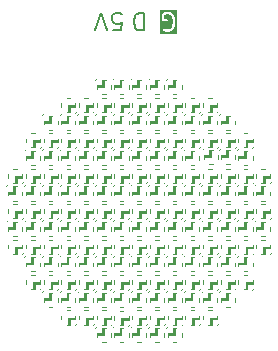
<source format=gbr>
%TF.GenerationSoftware,KiCad,Pcbnew,8.0.2-1*%
%TF.CreationDate,2025-02-11T08:26:35-08:00*%
%TF.ProjectId,Small_Pendant,536d616c-6c5f-4506-956e-64616e742e6b,rev?*%
%TF.SameCoordinates,Original*%
%TF.FileFunction,Legend,Top*%
%TF.FilePolarity,Positive*%
%FSLAX46Y46*%
G04 Gerber Fmt 4.6, Leading zero omitted, Abs format (unit mm)*
G04 Created by KiCad (PCBNEW 8.0.2-1) date 2025-02-11 08:26:35*
%MOMM*%
%LPD*%
G01*
G04 APERTURE LIST*
%ADD10C,0.200000*%
%ADD11C,0.050000*%
G04 APERTURE END LIST*
D10*
X50392857Y-33188971D02*
X50392857Y-34688971D01*
X50392857Y-34688971D02*
X50035714Y-34688971D01*
X50035714Y-34688971D02*
X49821428Y-34617542D01*
X49821428Y-34617542D02*
X49678571Y-34474685D01*
X49678571Y-34474685D02*
X49607142Y-34331828D01*
X49607142Y-34331828D02*
X49535714Y-34046114D01*
X49535714Y-34046114D02*
X49535714Y-33831828D01*
X49535714Y-33831828D02*
X49607142Y-33546114D01*
X49607142Y-33546114D02*
X49678571Y-33403257D01*
X49678571Y-33403257D02*
X49821428Y-33260400D01*
X49821428Y-33260400D02*
X50035714Y-33188971D01*
X50035714Y-33188971D02*
X50392857Y-33188971D01*
X47785713Y-34688971D02*
X48499999Y-34688971D01*
X48499999Y-34688971D02*
X48571427Y-33974685D01*
X48571427Y-33974685D02*
X48499999Y-34046114D01*
X48499999Y-34046114D02*
X48357142Y-34117542D01*
X48357142Y-34117542D02*
X47999999Y-34117542D01*
X47999999Y-34117542D02*
X47857142Y-34046114D01*
X47857142Y-34046114D02*
X47785713Y-33974685D01*
X47785713Y-33974685D02*
X47714284Y-33831828D01*
X47714284Y-33831828D02*
X47714284Y-33474685D01*
X47714284Y-33474685D02*
X47785713Y-33331828D01*
X47785713Y-33331828D02*
X47857142Y-33260400D01*
X47857142Y-33260400D02*
X47999999Y-33188971D01*
X47999999Y-33188971D02*
X48357142Y-33188971D01*
X48357142Y-33188971D02*
X48499999Y-33260400D01*
X48499999Y-33260400D02*
X48571427Y-33331828D01*
X47285713Y-34688971D02*
X46785713Y-33188971D01*
X46785713Y-33188971D02*
X46285713Y-34688971D01*
G36*
X53230952Y-34955638D02*
G01*
X51769047Y-34955638D01*
X51769047Y-33331828D01*
X51935714Y-33331828D01*
X51937635Y-33851337D01*
X51952567Y-33887385D01*
X51980157Y-33914975D01*
X52016205Y-33929907D01*
X52035714Y-33931828D01*
X52340937Y-33929907D01*
X52376985Y-33914975D01*
X52404575Y-33887385D01*
X52419507Y-33851337D01*
X52419507Y-33812319D01*
X52404575Y-33776271D01*
X52376985Y-33748681D01*
X52340937Y-33733749D01*
X52321428Y-33731828D01*
X52135348Y-33732999D01*
X52134021Y-33374048D01*
X52158875Y-33348389D01*
X52332985Y-33288834D01*
X52444002Y-33287520D01*
X52622458Y-33345458D01*
X52737295Y-33458320D01*
X52796856Y-33574316D01*
X52864330Y-33837367D01*
X52865892Y-34027520D01*
X52801947Y-34290120D01*
X52742437Y-34412399D01*
X52627531Y-34529315D01*
X52452852Y-34589064D01*
X52276204Y-34590516D01*
X52133555Y-34521093D01*
X52094635Y-34518327D01*
X52057619Y-34530666D01*
X52028142Y-34556230D01*
X52010693Y-34591129D01*
X52007927Y-34630049D01*
X52020266Y-34667065D01*
X52045830Y-34696542D01*
X52062421Y-34706985D01*
X52192725Y-34770400D01*
X52194443Y-34772118D01*
X52206611Y-34777158D01*
X52223587Y-34785420D01*
X52227170Y-34785674D01*
X52230491Y-34787050D01*
X52250000Y-34788971D01*
X52463190Y-34787219D01*
X52476793Y-34788186D01*
X52481713Y-34787067D01*
X52483794Y-34787050D01*
X52486235Y-34786038D01*
X52495908Y-34783839D01*
X52695345Y-34715621D01*
X52698080Y-34715621D01*
X52711043Y-34710251D01*
X52728094Y-34704419D01*
X52730809Y-34702063D01*
X52734128Y-34700689D01*
X52749282Y-34688253D01*
X52890214Y-34544854D01*
X52900428Y-34535997D01*
X52903114Y-34531728D01*
X52904575Y-34530243D01*
X52905585Y-34527804D01*
X52910871Y-34519407D01*
X52977730Y-34382026D01*
X52983276Y-34374542D01*
X52988529Y-34359837D01*
X52989306Y-34358241D01*
X52989357Y-34357518D01*
X52989871Y-34356081D01*
X53058084Y-34075955D01*
X53062364Y-34065623D01*
X53063561Y-34053461D01*
X53064167Y-34050975D01*
X53063949Y-34049516D01*
X53064285Y-34046114D01*
X53062572Y-33837682D01*
X53064167Y-33826967D01*
X53062385Y-33814919D01*
X53062364Y-33812319D01*
X53061799Y-33810955D01*
X53061299Y-33807574D01*
X52990014Y-33529670D01*
X52989306Y-33519701D01*
X52983698Y-33505045D01*
X52983276Y-33503400D01*
X52982846Y-33502820D01*
X52982300Y-33501392D01*
X52909549Y-33359709D01*
X52904575Y-33347699D01*
X52901389Y-33343818D01*
X52900428Y-33341945D01*
X52898430Y-33340212D01*
X52892138Y-33332546D01*
X52758753Y-33201455D01*
X52757570Y-33199088D01*
X52747145Y-33190046D01*
X52734128Y-33177253D01*
X52730809Y-33175878D01*
X52728094Y-33173523D01*
X52710194Y-33165532D01*
X52496488Y-33096150D01*
X52483794Y-33090892D01*
X52478767Y-33090397D01*
X52476793Y-33089756D01*
X52474158Y-33089943D01*
X52464285Y-33088971D01*
X52321624Y-33090658D01*
X52308920Y-33089756D01*
X52304034Y-33090866D01*
X52301919Y-33090892D01*
X52299477Y-33091903D01*
X52289805Y-33094103D01*
X52090365Y-33162322D01*
X52087633Y-33162322D01*
X52074676Y-33167688D01*
X52057619Y-33173523D01*
X52054903Y-33175877D01*
X52051584Y-33177253D01*
X52036431Y-33189690D01*
X51952567Y-33276271D01*
X51937635Y-33312319D01*
X51935714Y-33331828D01*
X51769047Y-33331828D01*
X51769047Y-32922304D01*
X53230952Y-32922304D01*
X53230952Y-34955638D01*
G37*
D11*
%TO.C,D135*%
X46400000Y-54350000D02*
X46400000Y-54650000D01*
X46850000Y-53900000D02*
X47150000Y-53900000D01*
X46850000Y-55100000D02*
X47150000Y-55100000D01*
X47150000Y-53900000D02*
X47150000Y-53900000D01*
X47600000Y-54650000D02*
X47600000Y-54350000D01*
X46300000Y-53900000D02*
G75*
G02*
X46400000Y-53800000I99999J1D01*
G01*
X47000000Y-54500000D02*
X46400000Y-54500000D01*
X46400000Y-54350000D01*
X46850000Y-54350000D01*
X46850000Y-53900000D01*
X47000000Y-53900000D01*
X47000000Y-54500000D01*
G36*
X47000000Y-54500000D02*
G01*
X46400000Y-54500000D01*
X46400000Y-54350000D01*
X46850000Y-54350000D01*
X46850000Y-53900000D01*
X47000000Y-53900000D01*
X47000000Y-54500000D01*
G37*
%TO.C,D14*%
X55400000Y-40850000D02*
X55400000Y-41150000D01*
X55850000Y-41600000D02*
X55850000Y-41600000D01*
X56150000Y-40400000D02*
X55850000Y-40400000D01*
X56150000Y-41600000D02*
X55850000Y-41600000D01*
X56600000Y-41150000D02*
X56600000Y-40850000D01*
X56700000Y-41600000D02*
G75*
G02*
X56600000Y-41700000I-99999J-1D01*
G01*
X56600000Y-41150000D02*
X56150000Y-41150000D01*
X56150000Y-41600000D01*
X56000000Y-41600000D01*
X56000000Y-41000000D01*
X56600000Y-41000000D01*
X56600000Y-41150000D01*
G36*
X56600000Y-41150000D02*
G01*
X56150000Y-41150000D01*
X56150000Y-41600000D01*
X56000000Y-41600000D01*
X56000000Y-41000000D01*
X56600000Y-41000000D01*
X56600000Y-41150000D01*
G37*
%TO.C,D115*%
X43400000Y-52850000D02*
X43400000Y-53150000D01*
X43850000Y-53600000D02*
X43850000Y-53600000D01*
X44150000Y-52400000D02*
X43850000Y-52400000D01*
X44150000Y-53600000D02*
X43850000Y-53600000D01*
X44600000Y-53150000D02*
X44600000Y-52850000D01*
X44700000Y-53600000D02*
G75*
G02*
X44600000Y-53700000I-99999J-1D01*
G01*
X44600000Y-53150000D02*
X44150000Y-53150000D01*
X44150000Y-53600000D01*
X44000000Y-53600000D01*
X44000000Y-53000000D01*
X44600000Y-53000000D01*
X44600000Y-53150000D01*
G36*
X44600000Y-53150000D02*
G01*
X44150000Y-53150000D01*
X44150000Y-53600000D01*
X44000000Y-53600000D01*
X44000000Y-53000000D01*
X44600000Y-53000000D01*
X44600000Y-53150000D01*
G37*
%TO.C,D152*%
X58400000Y-55850000D02*
X58400000Y-56150000D01*
X58850000Y-56600000D02*
X58850000Y-56600000D01*
X59150000Y-55400000D02*
X58850000Y-55400000D01*
X59150000Y-56600000D02*
X58850000Y-56600000D01*
X59600000Y-56150000D02*
X59600000Y-55850000D01*
X59700000Y-56600000D02*
G75*
G02*
X59600000Y-56700000I-99999J-1D01*
G01*
X59600000Y-56150000D02*
X59150000Y-56150000D01*
X59150000Y-56600000D01*
X59000000Y-56600000D01*
X59000000Y-56000000D01*
X59600000Y-56000000D01*
X59600000Y-56150000D01*
G36*
X59600000Y-56150000D02*
G01*
X59150000Y-56150000D01*
X59150000Y-56600000D01*
X59000000Y-56600000D01*
X59000000Y-56000000D01*
X59600000Y-56000000D01*
X59600000Y-56150000D01*
G37*
%TO.C,D171*%
X53900000Y-58850000D02*
X53900000Y-59150000D01*
X54350000Y-59600000D02*
X54350000Y-59600000D01*
X54650000Y-58400000D02*
X54350000Y-58400000D01*
X54650000Y-59600000D02*
X54350000Y-59600000D01*
X55100000Y-59150000D02*
X55100000Y-58850000D01*
X55200000Y-59600000D02*
G75*
G02*
X55100000Y-59700000I-99999J-1D01*
G01*
X55100000Y-59150000D02*
X54650000Y-59150000D01*
X54650000Y-59600000D01*
X54500000Y-59600000D01*
X54500000Y-59000000D01*
X55100000Y-59000000D01*
X55100000Y-59150000D01*
G36*
X55100000Y-59150000D02*
G01*
X54650000Y-59150000D01*
X54650000Y-59600000D01*
X54500000Y-59600000D01*
X54500000Y-59000000D01*
X55100000Y-59000000D01*
X55100000Y-59150000D01*
G37*
%TO.C,D50*%
X41900000Y-45350000D02*
X41900000Y-45650000D01*
X42350000Y-44900000D02*
X42650000Y-44900000D01*
X42350000Y-46100000D02*
X42650000Y-46100000D01*
X42650000Y-44900000D02*
X42650000Y-44900000D01*
X43100000Y-45650000D02*
X43100000Y-45350000D01*
X41800000Y-44900000D02*
G75*
G02*
X41900000Y-44800000I99999J1D01*
G01*
X42500000Y-45500000D02*
X41900000Y-45500000D01*
X41900000Y-45350000D01*
X42350000Y-45350000D01*
X42350000Y-44900000D01*
X42500000Y-44900000D01*
X42500000Y-45500000D01*
G36*
X42500000Y-45500000D02*
G01*
X41900000Y-45500000D01*
X41900000Y-45350000D01*
X42350000Y-45350000D01*
X42350000Y-44900000D01*
X42500000Y-44900000D01*
X42500000Y-45500000D01*
G37*
%TO.C,D138*%
X41900000Y-54350000D02*
X41900000Y-54650000D01*
X42350000Y-53900000D02*
X42650000Y-53900000D01*
X42350000Y-55100000D02*
X42650000Y-55100000D01*
X42650000Y-53900000D02*
X42650000Y-53900000D01*
X43100000Y-54650000D02*
X43100000Y-54350000D01*
X41800000Y-53900000D02*
G75*
G02*
X41900000Y-53800000I99999J1D01*
G01*
X42500000Y-54500000D02*
X41900000Y-54500000D01*
X41900000Y-54350000D01*
X42350000Y-54350000D01*
X42350000Y-53900000D01*
X42500000Y-53900000D01*
X42500000Y-54500000D01*
G36*
X42500000Y-54500000D02*
G01*
X41900000Y-54500000D01*
X41900000Y-54350000D01*
X42350000Y-54350000D01*
X42350000Y-53900000D01*
X42500000Y-53900000D01*
X42500000Y-54500000D01*
G37*
%TO.C,D98*%
X58400000Y-51350000D02*
X58400000Y-51650000D01*
X58850000Y-50900000D02*
X59150000Y-50900000D01*
X58850000Y-52100000D02*
X59150000Y-52100000D01*
X59150000Y-50900000D02*
X59150000Y-50900000D01*
X59600000Y-51650000D02*
X59600000Y-51350000D01*
X58300000Y-50900000D02*
G75*
G02*
X58400000Y-50800000I99999J1D01*
G01*
X59000000Y-51500000D02*
X58400000Y-51500000D01*
X58400000Y-51350000D01*
X58850000Y-51350000D01*
X58850000Y-50900000D01*
X59000000Y-50900000D01*
X59000000Y-51500000D01*
G36*
X59000000Y-51500000D02*
G01*
X58400000Y-51500000D01*
X58400000Y-51350000D01*
X58850000Y-51350000D01*
X58850000Y-50900000D01*
X59000000Y-50900000D01*
X59000000Y-51500000D01*
G37*
%TO.C,D87*%
X46400000Y-49850000D02*
X46400000Y-50150000D01*
X46850000Y-50600000D02*
X46850000Y-50600000D01*
X47150000Y-49400000D02*
X46850000Y-49400000D01*
X47150000Y-50600000D02*
X46850000Y-50600000D01*
X47600000Y-50150000D02*
X47600000Y-49850000D01*
X47700000Y-50600000D02*
G75*
G02*
X47600000Y-50700000I-99999J-1D01*
G01*
X47600000Y-50150000D02*
X47150000Y-50150000D01*
X47150000Y-50600000D01*
X47000000Y-50600000D01*
X47000000Y-50000000D01*
X47600000Y-50000000D01*
X47600000Y-50150000D01*
G36*
X47600000Y-50150000D02*
G01*
X47150000Y-50150000D01*
X47150000Y-50600000D01*
X47000000Y-50600000D01*
X47000000Y-50000000D01*
X47600000Y-50000000D01*
X47600000Y-50150000D01*
G37*
%TO.C,D174*%
X50900000Y-60350000D02*
X50900000Y-60650000D01*
X51350000Y-59900000D02*
X51650000Y-59900000D01*
X51350000Y-61100000D02*
X51650000Y-61100000D01*
X51650000Y-59900000D02*
X51650000Y-59900000D01*
X52100000Y-60650000D02*
X52100000Y-60350000D01*
X50800000Y-59900000D02*
G75*
G02*
X50900000Y-59800000I99999J1D01*
G01*
X51500000Y-60500000D02*
X50900000Y-60500000D01*
X50900000Y-60350000D01*
X51350000Y-60350000D01*
X51350000Y-59900000D01*
X51500000Y-59900000D01*
X51500000Y-60500000D01*
G36*
X51500000Y-60500000D02*
G01*
X50900000Y-60500000D01*
X50900000Y-60350000D01*
X51350000Y-60350000D01*
X51350000Y-59900000D01*
X51500000Y-59900000D01*
X51500000Y-60500000D01*
G37*
%TO.C,D176*%
X47900000Y-60350000D02*
X47900000Y-60650000D01*
X48350000Y-59900000D02*
X48650000Y-59900000D01*
X48350000Y-61100000D02*
X48650000Y-61100000D01*
X48650000Y-59900000D02*
X48650000Y-59900000D01*
X49100000Y-60650000D02*
X49100000Y-60350000D01*
X47800000Y-59900000D02*
G75*
G02*
X47900000Y-59800000I99999J1D01*
G01*
X48500000Y-60500000D02*
X47900000Y-60500000D01*
X47900000Y-60350000D01*
X48350000Y-60350000D01*
X48350000Y-59900000D01*
X48500000Y-59900000D01*
X48500000Y-60500000D01*
G36*
X48500000Y-60500000D02*
G01*
X47900000Y-60500000D01*
X47900000Y-60350000D01*
X48350000Y-60350000D01*
X48350000Y-59900000D01*
X48500000Y-59900000D01*
X48500000Y-60500000D01*
G37*
%TO.C,D29*%
X44900000Y-43850000D02*
X44900000Y-44150000D01*
X45350000Y-44600000D02*
X45350000Y-44600000D01*
X45650000Y-43400000D02*
X45350000Y-43400000D01*
X45650000Y-44600000D02*
X45350000Y-44600000D01*
X46100000Y-44150000D02*
X46100000Y-43850000D01*
X46200000Y-44600000D02*
G75*
G02*
X46100000Y-44700000I-99999J-1D01*
G01*
X46100000Y-44150000D02*
X45650000Y-44150000D01*
X45650000Y-44600000D01*
X45500000Y-44600000D01*
X45500000Y-44000000D01*
X46100000Y-44000000D01*
X46100000Y-44150000D01*
G36*
X46100000Y-44150000D02*
G01*
X45650000Y-44150000D01*
X45650000Y-44600000D01*
X45500000Y-44600000D01*
X45500000Y-44000000D01*
X46100000Y-44000000D01*
X46100000Y-44150000D01*
G37*
%TO.C,D34*%
X52400000Y-43850000D02*
X52400000Y-44150000D01*
X52850000Y-44600000D02*
X52850000Y-44600000D01*
X53150000Y-43400000D02*
X52850000Y-43400000D01*
X53150000Y-44600000D02*
X52850000Y-44600000D01*
X53600000Y-44150000D02*
X53600000Y-43850000D01*
X53700000Y-44600000D02*
G75*
G02*
X53600000Y-44700000I-99999J-1D01*
G01*
X53600000Y-44150000D02*
X53150000Y-44150000D01*
X53150000Y-44600000D01*
X53000000Y-44600000D01*
X53000000Y-44000000D01*
X53600000Y-44000000D01*
X53600000Y-44150000D01*
G36*
X53600000Y-44150000D02*
G01*
X53150000Y-44150000D01*
X53150000Y-44600000D01*
X53000000Y-44600000D01*
X53000000Y-44000000D01*
X53600000Y-44000000D01*
X53600000Y-44150000D01*
G37*
%TO.C,D79*%
X41900000Y-48350000D02*
X41900000Y-48650000D01*
X42350000Y-47900000D02*
X42650000Y-47900000D01*
X42350000Y-49100000D02*
X42650000Y-49100000D01*
X42650000Y-47900000D02*
X42650000Y-47900000D01*
X43100000Y-48650000D02*
X43100000Y-48350000D01*
X41800000Y-47900000D02*
G75*
G02*
X41900000Y-47800000I99999J1D01*
G01*
X42500000Y-48500000D02*
X41900000Y-48500000D01*
X41900000Y-48350000D01*
X42350000Y-48350000D01*
X42350000Y-47900000D01*
X42500000Y-47900000D01*
X42500000Y-48500000D01*
G36*
X42500000Y-48500000D02*
G01*
X41900000Y-48500000D01*
X41900000Y-48350000D01*
X42350000Y-48350000D01*
X42350000Y-47900000D01*
X42500000Y-47900000D01*
X42500000Y-48500000D01*
G37*
%TO.C,D159*%
X47900000Y-57350000D02*
X47900000Y-57650000D01*
X48350000Y-56900000D02*
X48650000Y-56900000D01*
X48350000Y-58100000D02*
X48650000Y-58100000D01*
X48650000Y-56900000D02*
X48650000Y-56900000D01*
X49100000Y-57650000D02*
X49100000Y-57350000D01*
X47800000Y-56900000D02*
G75*
G02*
X47900000Y-56800000I99999J1D01*
G01*
X48500000Y-57500000D02*
X47900000Y-57500000D01*
X47900000Y-57350000D01*
X48350000Y-57350000D01*
X48350000Y-56900000D01*
X48500000Y-56900000D01*
X48500000Y-57500000D01*
G36*
X48500000Y-57500000D02*
G01*
X47900000Y-57500000D01*
X47900000Y-57350000D01*
X48350000Y-57350000D01*
X48350000Y-56900000D01*
X48500000Y-56900000D01*
X48500000Y-57500000D01*
G37*
%TO.C,D124*%
X56900000Y-52850000D02*
X56900000Y-53150000D01*
X57350000Y-53600000D02*
X57350000Y-53600000D01*
X57650000Y-52400000D02*
X57350000Y-52400000D01*
X57650000Y-53600000D02*
X57350000Y-53600000D01*
X58100000Y-53150000D02*
X58100000Y-52850000D01*
X58200000Y-53600000D02*
G75*
G02*
X58100000Y-53700000I-99999J-1D01*
G01*
X58100000Y-53150000D02*
X57650000Y-53150000D01*
X57650000Y-53600000D01*
X57500000Y-53600000D01*
X57500000Y-53000000D01*
X58100000Y-53000000D01*
X58100000Y-53150000D01*
G36*
X58100000Y-53150000D02*
G01*
X57650000Y-53150000D01*
X57650000Y-53600000D01*
X57500000Y-53600000D01*
X57500000Y-53000000D01*
X58100000Y-53000000D01*
X58100000Y-53150000D01*
G37*
%TO.C,D95*%
X58400000Y-49850000D02*
X58400000Y-50150000D01*
X58850000Y-50600000D02*
X58850000Y-50600000D01*
X59150000Y-49400000D02*
X58850000Y-49400000D01*
X59150000Y-50600000D02*
X58850000Y-50600000D01*
X59600000Y-50150000D02*
X59600000Y-49850000D01*
X59700000Y-50600000D02*
G75*
G02*
X59600000Y-50700000I-99999J-1D01*
G01*
X59600000Y-50150000D02*
X59150000Y-50150000D01*
X59150000Y-50600000D01*
X59000000Y-50600000D01*
X59000000Y-50000000D01*
X59600000Y-50000000D01*
X59600000Y-50150000D01*
G36*
X59600000Y-50150000D02*
G01*
X59150000Y-50150000D01*
X59150000Y-50600000D01*
X59000000Y-50600000D01*
X59000000Y-50000000D01*
X59600000Y-50000000D01*
X59600000Y-50150000D01*
G37*
%TO.C,D28*%
X43400000Y-43850000D02*
X43400000Y-44150000D01*
X43850000Y-44600000D02*
X43850000Y-44600000D01*
X44150000Y-43400000D02*
X43850000Y-43400000D01*
X44150000Y-44600000D02*
X43850000Y-44600000D01*
X44600000Y-44150000D02*
X44600000Y-43850000D01*
X44700000Y-44600000D02*
G75*
G02*
X44600000Y-44700000I-99999J-1D01*
G01*
X44600000Y-44150000D02*
X44150000Y-44150000D01*
X44150000Y-44600000D01*
X44000000Y-44600000D01*
X44000000Y-44000000D01*
X44600000Y-44000000D01*
X44600000Y-44150000D01*
G36*
X44600000Y-44150000D02*
G01*
X44150000Y-44150000D01*
X44150000Y-44600000D01*
X44000000Y-44600000D01*
X44000000Y-44000000D01*
X44600000Y-44000000D01*
X44600000Y-44150000D01*
G37*
%TO.C,D85*%
X43400000Y-49850000D02*
X43400000Y-50150000D01*
X43850000Y-50600000D02*
X43850000Y-50600000D01*
X44150000Y-49400000D02*
X43850000Y-49400000D01*
X44150000Y-50600000D02*
X43850000Y-50600000D01*
X44600000Y-50150000D02*
X44600000Y-49850000D01*
X44700000Y-50600000D02*
G75*
G02*
X44600000Y-50700000I-99999J-1D01*
G01*
X44600000Y-50150000D02*
X44150000Y-50150000D01*
X44150000Y-50600000D01*
X44000000Y-50600000D01*
X44000000Y-50000000D01*
X44600000Y-50000000D01*
X44600000Y-50150000D01*
G36*
X44600000Y-50150000D02*
G01*
X44150000Y-50150000D01*
X44150000Y-50600000D01*
X44000000Y-50600000D01*
X44000000Y-50000000D01*
X44600000Y-50000000D01*
X44600000Y-50150000D01*
G37*
%TO.C,D38*%
X58400000Y-43850000D02*
X58400000Y-44150000D01*
X58850000Y-44600000D02*
X58850000Y-44600000D01*
X59150000Y-43400000D02*
X58850000Y-43400000D01*
X59150000Y-44600000D02*
X58850000Y-44600000D01*
X59600000Y-44150000D02*
X59600000Y-43850000D01*
X59700000Y-44600000D02*
G75*
G02*
X59600000Y-44700000I-99999J-1D01*
G01*
X59600000Y-44150000D02*
X59150000Y-44150000D01*
X59150000Y-44600000D01*
X59000000Y-44600000D01*
X59000000Y-44000000D01*
X59600000Y-44000000D01*
X59600000Y-44150000D01*
G36*
X59600000Y-44150000D02*
G01*
X59150000Y-44150000D01*
X59150000Y-44600000D01*
X59000000Y-44600000D01*
X59000000Y-44000000D01*
X59600000Y-44000000D01*
X59600000Y-44150000D01*
G37*
%TO.C,D88*%
X47900000Y-49850000D02*
X47900000Y-50150000D01*
X48350000Y-50600000D02*
X48350000Y-50600000D01*
X48650000Y-49400000D02*
X48350000Y-49400000D01*
X48650000Y-50600000D02*
X48350000Y-50600000D01*
X49100000Y-50150000D02*
X49100000Y-49850000D01*
X49200000Y-50600000D02*
G75*
G02*
X49100000Y-50700000I-99999J-1D01*
G01*
X49100000Y-50150000D02*
X48650000Y-50150000D01*
X48650000Y-50600000D01*
X48500000Y-50600000D01*
X48500000Y-50000000D01*
X49100000Y-50000000D01*
X49100000Y-50150000D01*
G36*
X49100000Y-50150000D02*
G01*
X48650000Y-50150000D01*
X48650000Y-50600000D01*
X48500000Y-50600000D01*
X48500000Y-50000000D01*
X49100000Y-50000000D01*
X49100000Y-50150000D01*
G37*
%TO.C,D77*%
X44900000Y-48350000D02*
X44900000Y-48650000D01*
X45350000Y-47900000D02*
X45650000Y-47900000D01*
X45350000Y-49100000D02*
X45650000Y-49100000D01*
X45650000Y-47900000D02*
X45650000Y-47900000D01*
X46100000Y-48650000D02*
X46100000Y-48350000D01*
X44800000Y-47900000D02*
G75*
G02*
X44900000Y-47800000I99999J1D01*
G01*
X45500000Y-48500000D02*
X44900000Y-48500000D01*
X44900000Y-48350000D01*
X45350000Y-48350000D01*
X45350000Y-47900000D01*
X45500000Y-47900000D01*
X45500000Y-48500000D01*
G36*
X45500000Y-48500000D02*
G01*
X44900000Y-48500000D01*
X44900000Y-48350000D01*
X45350000Y-48350000D01*
X45350000Y-47900000D01*
X45500000Y-47900000D01*
X45500000Y-48500000D01*
G37*
%TO.C,D155*%
X53900000Y-57350000D02*
X53900000Y-57650000D01*
X54350000Y-56900000D02*
X54650000Y-56900000D01*
X54350000Y-58100000D02*
X54650000Y-58100000D01*
X54650000Y-56900000D02*
X54650000Y-56900000D01*
X55100000Y-57650000D02*
X55100000Y-57350000D01*
X53800000Y-56900000D02*
G75*
G02*
X53900000Y-56800000I99999J1D01*
G01*
X54500000Y-57500000D02*
X53900000Y-57500000D01*
X53900000Y-57350000D01*
X54350000Y-57350000D01*
X54350000Y-56900000D01*
X54500000Y-56900000D01*
X54500000Y-57500000D01*
G36*
X54500000Y-57500000D02*
G01*
X53900000Y-57500000D01*
X53900000Y-57350000D01*
X54350000Y-57350000D01*
X54350000Y-56900000D01*
X54500000Y-56900000D01*
X54500000Y-57500000D01*
G37*
%TO.C,D30*%
X46400000Y-43850000D02*
X46400000Y-44150000D01*
X46850000Y-44600000D02*
X46850000Y-44600000D01*
X47150000Y-43400000D02*
X46850000Y-43400000D01*
X47150000Y-44600000D02*
X46850000Y-44600000D01*
X47600000Y-44150000D02*
X47600000Y-43850000D01*
X47700000Y-44600000D02*
G75*
G02*
X47600000Y-44700000I-99999J-1D01*
G01*
X47600000Y-44150000D02*
X47150000Y-44150000D01*
X47150000Y-44600000D01*
X47000000Y-44600000D01*
X47000000Y-44000000D01*
X47600000Y-44000000D01*
X47600000Y-44150000D01*
G36*
X47600000Y-44150000D02*
G01*
X47150000Y-44150000D01*
X47150000Y-44600000D01*
X47000000Y-44600000D01*
X47000000Y-44000000D01*
X47600000Y-44000000D01*
X47600000Y-44150000D01*
G37*
%TO.C,D63*%
X55400000Y-46850000D02*
X55400000Y-47150000D01*
X55850000Y-47600000D02*
X55850000Y-47600000D01*
X56150000Y-46400000D02*
X55850000Y-46400000D01*
X56150000Y-47600000D02*
X55850000Y-47600000D01*
X56600000Y-47150000D02*
X56600000Y-46850000D01*
X56700000Y-47600000D02*
G75*
G02*
X56600000Y-47700000I-99999J-1D01*
G01*
X56600000Y-47150000D02*
X56150000Y-47150000D01*
X56150000Y-47600000D01*
X56000000Y-47600000D01*
X56000000Y-47000000D01*
X56600000Y-47000000D01*
X56600000Y-47150000D01*
G36*
X56600000Y-47150000D02*
G01*
X56150000Y-47150000D01*
X56150000Y-47600000D01*
X56000000Y-47600000D01*
X56000000Y-47000000D01*
X56600000Y-47000000D01*
X56600000Y-47150000D01*
G37*
%TO.C,D58*%
X47900000Y-46850000D02*
X47900000Y-47150000D01*
X48350000Y-47600000D02*
X48350000Y-47600000D01*
X48650000Y-46400000D02*
X48350000Y-46400000D01*
X48650000Y-47600000D02*
X48350000Y-47600000D01*
X49100000Y-47150000D02*
X49100000Y-46850000D01*
X49200000Y-47600000D02*
G75*
G02*
X49100000Y-47700000I-99999J-1D01*
G01*
X49100000Y-47150000D02*
X48650000Y-47150000D01*
X48650000Y-47600000D01*
X48500000Y-47600000D01*
X48500000Y-47000000D01*
X49100000Y-47000000D01*
X49100000Y-47150000D01*
G36*
X49100000Y-47150000D02*
G01*
X48650000Y-47150000D01*
X48650000Y-47600000D01*
X48500000Y-47600000D01*
X48500000Y-47000000D01*
X49100000Y-47000000D01*
X49100000Y-47150000D01*
G37*
%TO.C,D15*%
X56900000Y-42350000D02*
X56900000Y-42650000D01*
X57350000Y-41900000D02*
X57650000Y-41900000D01*
X57350000Y-43100000D02*
X57650000Y-43100000D01*
X57650000Y-41900000D02*
X57650000Y-41900000D01*
X58100000Y-42650000D02*
X58100000Y-42350000D01*
X56800000Y-41900000D02*
G75*
G02*
X56900000Y-41800000I99999J1D01*
G01*
X57500000Y-42500000D02*
X56900000Y-42500000D01*
X56900000Y-42350000D01*
X57350000Y-42350000D01*
X57350000Y-41900000D01*
X57500000Y-41900000D01*
X57500000Y-42500000D01*
G36*
X57500000Y-42500000D02*
G01*
X56900000Y-42500000D01*
X56900000Y-42350000D01*
X57350000Y-42350000D01*
X57350000Y-41900000D01*
X57500000Y-41900000D01*
X57500000Y-42500000D01*
G37*
%TO.C,D53*%
X40400000Y-46850000D02*
X40400000Y-47150000D01*
X40850000Y-47600000D02*
X40850000Y-47600000D01*
X41150000Y-46400000D02*
X40850000Y-46400000D01*
X41150000Y-47600000D02*
X40850000Y-47600000D01*
X41600000Y-47150000D02*
X41600000Y-46850000D01*
X41700000Y-47600000D02*
G75*
G02*
X41600000Y-47700000I-99999J-1D01*
G01*
X41600000Y-47150000D02*
X41150000Y-47150000D01*
X41150000Y-47600000D01*
X41000000Y-47600000D01*
X41000000Y-47000000D01*
X41600000Y-47000000D01*
X41600000Y-47150000D01*
G36*
X41600000Y-47150000D02*
G01*
X41150000Y-47150000D01*
X41150000Y-47600000D01*
X41000000Y-47600000D01*
X41000000Y-47000000D01*
X41600000Y-47000000D01*
X41600000Y-47150000D01*
G37*
%TO.C,D157*%
X50900000Y-57350000D02*
X50900000Y-57650000D01*
X51350000Y-56900000D02*
X51650000Y-56900000D01*
X51350000Y-58100000D02*
X51650000Y-58100000D01*
X51650000Y-56900000D02*
X51650000Y-56900000D01*
X52100000Y-57650000D02*
X52100000Y-57350000D01*
X50800000Y-56900000D02*
G75*
G02*
X50900000Y-56800000I99999J1D01*
G01*
X51500000Y-57500000D02*
X50900000Y-57500000D01*
X50900000Y-57350000D01*
X51350000Y-57350000D01*
X51350000Y-56900000D01*
X51500000Y-56900000D01*
X51500000Y-57500000D01*
G36*
X51500000Y-57500000D02*
G01*
X50900000Y-57500000D01*
X50900000Y-57350000D01*
X51350000Y-57350000D01*
X51350000Y-56900000D01*
X51500000Y-56900000D01*
X51500000Y-57500000D01*
G37*
%TO.C,D9*%
X47900000Y-40850000D02*
X47900000Y-41150000D01*
X48350000Y-41600000D02*
X48350000Y-41600000D01*
X48650000Y-40400000D02*
X48350000Y-40400000D01*
X48650000Y-41600000D02*
X48350000Y-41600000D01*
X49100000Y-41150000D02*
X49100000Y-40850000D01*
X49200000Y-41600000D02*
G75*
G02*
X49100000Y-41700000I-99999J-1D01*
G01*
X49100000Y-41150000D02*
X48650000Y-41150000D01*
X48650000Y-41600000D01*
X48500000Y-41600000D01*
X48500000Y-41000000D01*
X49100000Y-41000000D01*
X49100000Y-41150000D01*
G36*
X49100000Y-41150000D02*
G01*
X48650000Y-41150000D01*
X48650000Y-41600000D01*
X48500000Y-41600000D01*
X48500000Y-41000000D01*
X49100000Y-41000000D01*
X49100000Y-41150000D01*
G37*
%TO.C,D145*%
X47900000Y-55850000D02*
X47900000Y-56150000D01*
X48350000Y-56600000D02*
X48350000Y-56600000D01*
X48650000Y-55400000D02*
X48350000Y-55400000D01*
X48650000Y-56600000D02*
X48350000Y-56600000D01*
X49100000Y-56150000D02*
X49100000Y-55850000D01*
X49200000Y-56600000D02*
G75*
G02*
X49100000Y-56700000I-99999J-1D01*
G01*
X49100000Y-56150000D02*
X48650000Y-56150000D01*
X48650000Y-56600000D01*
X48500000Y-56600000D01*
X48500000Y-56000000D01*
X49100000Y-56000000D01*
X49100000Y-56150000D01*
G36*
X49100000Y-56150000D02*
G01*
X48650000Y-56150000D01*
X48650000Y-56600000D01*
X48500000Y-56600000D01*
X48500000Y-56000000D01*
X49100000Y-56000000D01*
X49100000Y-56150000D01*
G37*
%TO.C,D86*%
X44900000Y-49850000D02*
X44900000Y-50150000D01*
X45350000Y-50600000D02*
X45350000Y-50600000D01*
X45650000Y-49400000D02*
X45350000Y-49400000D01*
X45650000Y-50600000D02*
X45350000Y-50600000D01*
X46100000Y-50150000D02*
X46100000Y-49850000D01*
X46200000Y-50600000D02*
G75*
G02*
X46100000Y-50700000I-99999J-1D01*
G01*
X46100000Y-50150000D02*
X45650000Y-50150000D01*
X45650000Y-50600000D01*
X45500000Y-50600000D01*
X45500000Y-50000000D01*
X46100000Y-50000000D01*
X46100000Y-50150000D01*
G36*
X46100000Y-50150000D02*
G01*
X45650000Y-50150000D01*
X45650000Y-50600000D01*
X45500000Y-50600000D01*
X45500000Y-50000000D01*
X46100000Y-50000000D01*
X46100000Y-50150000D01*
G37*
%TO.C,D66*%
X59900000Y-46850000D02*
X59900000Y-47150000D01*
X60350000Y-47600000D02*
X60350000Y-47600000D01*
X60650000Y-46400000D02*
X60350000Y-46400000D01*
X60650000Y-47600000D02*
X60350000Y-47600000D01*
X61100000Y-47150000D02*
X61100000Y-46850000D01*
X61200000Y-47600000D02*
G75*
G02*
X61100000Y-47700000I-99999J-1D01*
G01*
X61100000Y-47150000D02*
X60650000Y-47150000D01*
X60650000Y-47600000D01*
X60500000Y-47600000D01*
X60500000Y-47000000D01*
X61100000Y-47000000D01*
X61100000Y-47150000D01*
G36*
X61100000Y-47150000D02*
G01*
X60650000Y-47150000D01*
X60650000Y-47600000D01*
X60500000Y-47600000D01*
X60500000Y-47000000D01*
X61100000Y-47000000D01*
X61100000Y-47150000D01*
G37*
%TO.C,D83*%
X40400000Y-49850000D02*
X40400000Y-50150000D01*
X40850000Y-50600000D02*
X40850000Y-50600000D01*
X41150000Y-49400000D02*
X40850000Y-49400000D01*
X41150000Y-50600000D02*
X40850000Y-50600000D01*
X41600000Y-50150000D02*
X41600000Y-49850000D01*
X41700000Y-50600000D02*
G75*
G02*
X41600000Y-50700000I-99999J-1D01*
G01*
X41600000Y-50150000D02*
X41150000Y-50150000D01*
X41150000Y-50600000D01*
X41000000Y-50600000D01*
X41000000Y-50000000D01*
X41600000Y-50000000D01*
X41600000Y-50150000D01*
G36*
X41600000Y-50150000D02*
G01*
X41150000Y-50150000D01*
X41150000Y-50600000D01*
X41000000Y-50600000D01*
X41000000Y-50000000D01*
X41600000Y-50000000D01*
X41600000Y-50150000D01*
G37*
%TO.C,D32*%
X49400000Y-43850000D02*
X49400000Y-44150000D01*
X49850000Y-44600000D02*
X49850000Y-44600000D01*
X50150000Y-43400000D02*
X49850000Y-43400000D01*
X50150000Y-44600000D02*
X49850000Y-44600000D01*
X50600000Y-44150000D02*
X50600000Y-43850000D01*
X50700000Y-44600000D02*
G75*
G02*
X50600000Y-44700000I-99999J-1D01*
G01*
X50600000Y-44150000D02*
X50150000Y-44150000D01*
X50150000Y-44600000D01*
X50000000Y-44600000D01*
X50000000Y-44000000D01*
X50600000Y-44000000D01*
X50600000Y-44150000D01*
G36*
X50600000Y-44150000D02*
G01*
X50150000Y-44150000D01*
X50150000Y-44600000D01*
X50000000Y-44600000D01*
X50000000Y-44000000D01*
X50600000Y-44000000D01*
X50600000Y-44150000D01*
G37*
%TO.C,D104*%
X49400000Y-51350000D02*
X49400000Y-51650000D01*
X49850000Y-50900000D02*
X50150000Y-50900000D01*
X49850000Y-52100000D02*
X50150000Y-52100000D01*
X50150000Y-50900000D02*
X50150000Y-50900000D01*
X50600000Y-51650000D02*
X50600000Y-51350000D01*
X49300000Y-50900000D02*
G75*
G02*
X49400000Y-50800000I99999J1D01*
G01*
X50000000Y-51500000D02*
X49400000Y-51500000D01*
X49400000Y-51350000D01*
X49850000Y-51350000D01*
X49850000Y-50900000D01*
X50000000Y-50900000D01*
X50000000Y-51500000D01*
G36*
X50000000Y-51500000D02*
G01*
X49400000Y-51500000D01*
X49400000Y-51350000D01*
X49850000Y-51350000D01*
X49850000Y-50900000D01*
X50000000Y-50900000D01*
X50000000Y-51500000D01*
G37*
%TO.C,D112*%
X38900000Y-52850000D02*
X38900000Y-53150000D01*
X39350000Y-53600000D02*
X39350000Y-53600000D01*
X39650000Y-52400000D02*
X39350000Y-52400000D01*
X39650000Y-53600000D02*
X39350000Y-53600000D01*
X40100000Y-53150000D02*
X40100000Y-52850000D01*
X40200000Y-53600000D02*
G75*
G02*
X40100000Y-53700000I-99999J-1D01*
G01*
X40100000Y-53150000D02*
X39650000Y-53150000D01*
X39650000Y-53600000D01*
X39500000Y-53600000D01*
X39500000Y-53000000D01*
X40100000Y-53000000D01*
X40100000Y-53150000D01*
G36*
X40100000Y-53150000D02*
G01*
X39650000Y-53150000D01*
X39650000Y-53600000D01*
X39500000Y-53600000D01*
X39500000Y-53000000D01*
X40100000Y-53000000D01*
X40100000Y-53150000D01*
G37*
%TO.C,D137*%
X43400000Y-54350000D02*
X43400000Y-54650000D01*
X43850000Y-53900000D02*
X44150000Y-53900000D01*
X43850000Y-55100000D02*
X44150000Y-55100000D01*
X44150000Y-53900000D02*
X44150000Y-53900000D01*
X44600000Y-54650000D02*
X44600000Y-54350000D01*
X43300000Y-53900000D02*
G75*
G02*
X43400000Y-53800000I99999J1D01*
G01*
X44000000Y-54500000D02*
X43400000Y-54500000D01*
X43400000Y-54350000D01*
X43850000Y-54350000D01*
X43850000Y-53900000D01*
X44000000Y-53900000D01*
X44000000Y-54500000D01*
G36*
X44000000Y-54500000D02*
G01*
X43400000Y-54500000D01*
X43400000Y-54350000D01*
X43850000Y-54350000D01*
X43850000Y-53900000D01*
X44000000Y-53900000D01*
X44000000Y-54500000D01*
G37*
%TO.C,D148*%
X52400000Y-55850000D02*
X52400000Y-56150000D01*
X52850000Y-56600000D02*
X52850000Y-56600000D01*
X53150000Y-55400000D02*
X52850000Y-55400000D01*
X53150000Y-56600000D02*
X52850000Y-56600000D01*
X53600000Y-56150000D02*
X53600000Y-55850000D01*
X53700000Y-56600000D02*
G75*
G02*
X53600000Y-56700000I-99999J-1D01*
G01*
X53600000Y-56150000D02*
X53150000Y-56150000D01*
X53150000Y-56600000D01*
X53000000Y-56600000D01*
X53000000Y-56000000D01*
X53600000Y-56000000D01*
X53600000Y-56150000D01*
G36*
X53600000Y-56150000D02*
G01*
X53150000Y-56150000D01*
X53150000Y-56600000D01*
X53000000Y-56600000D01*
X53000000Y-56000000D01*
X53600000Y-56000000D01*
X53600000Y-56150000D01*
G37*
%TO.C,D67*%
X59900000Y-48350000D02*
X59900000Y-48650000D01*
X60350000Y-47900000D02*
X60650000Y-47900000D01*
X60350000Y-49100000D02*
X60650000Y-49100000D01*
X60650000Y-47900000D02*
X60650000Y-47900000D01*
X61100000Y-48650000D02*
X61100000Y-48350000D01*
X59800000Y-47900000D02*
G75*
G02*
X59900000Y-47800000I99999J1D01*
G01*
X60500000Y-48500000D02*
X59900000Y-48500000D01*
X59900000Y-48350000D01*
X60350000Y-48350000D01*
X60350000Y-47900000D01*
X60500000Y-47900000D01*
X60500000Y-48500000D01*
G36*
X60500000Y-48500000D02*
G01*
X59900000Y-48500000D01*
X59900000Y-48350000D01*
X60350000Y-48350000D01*
X60350000Y-47900000D01*
X60500000Y-47900000D01*
X60500000Y-48500000D01*
G37*
%TO.C,D111*%
X38900000Y-51350000D02*
X38900000Y-51650000D01*
X39350000Y-50900000D02*
X39650000Y-50900000D01*
X39350000Y-52100000D02*
X39650000Y-52100000D01*
X39650000Y-50900000D02*
X39650000Y-50900000D01*
X40100000Y-51650000D02*
X40100000Y-51350000D01*
X38800000Y-50900000D02*
G75*
G02*
X38900000Y-50800000I99999J1D01*
G01*
X39500000Y-51500000D02*
X38900000Y-51500000D01*
X38900000Y-51350000D01*
X39350000Y-51350000D01*
X39350000Y-50900000D01*
X39500000Y-50900000D01*
X39500000Y-51500000D01*
G36*
X39500000Y-51500000D02*
G01*
X38900000Y-51500000D01*
X38900000Y-51350000D01*
X39350000Y-51350000D01*
X39350000Y-50900000D01*
X39500000Y-50900000D01*
X39500000Y-51500000D01*
G37*
%TO.C,D108*%
X43400000Y-51350000D02*
X43400000Y-51650000D01*
X43850000Y-50900000D02*
X44150000Y-50900000D01*
X43850000Y-52100000D02*
X44150000Y-52100000D01*
X44150000Y-50900000D02*
X44150000Y-50900000D01*
X44600000Y-51650000D02*
X44600000Y-51350000D01*
X43300000Y-50900000D02*
G75*
G02*
X43400000Y-50800000I99999J1D01*
G01*
X44000000Y-51500000D02*
X43400000Y-51500000D01*
X43400000Y-51350000D01*
X43850000Y-51350000D01*
X43850000Y-50900000D01*
X44000000Y-50900000D01*
X44000000Y-51500000D01*
G36*
X44000000Y-51500000D02*
G01*
X43400000Y-51500000D01*
X43400000Y-51350000D01*
X43850000Y-51350000D01*
X43850000Y-50900000D01*
X44000000Y-50900000D01*
X44000000Y-51500000D01*
G37*
%TO.C,D8*%
X46400000Y-40850000D02*
X46400000Y-41150000D01*
X46850000Y-41600000D02*
X46850000Y-41600000D01*
X47150000Y-40400000D02*
X46850000Y-40400000D01*
X47150000Y-41600000D02*
X46850000Y-41600000D01*
X47600000Y-41150000D02*
X47600000Y-40850000D01*
X47700000Y-41600000D02*
G75*
G02*
X47600000Y-41700000I-99999J-1D01*
G01*
X47600000Y-41150000D02*
X47150000Y-41150000D01*
X47150000Y-41600000D01*
X47000000Y-41600000D01*
X47000000Y-41000000D01*
X47600000Y-41000000D01*
X47600000Y-41150000D01*
G36*
X47600000Y-41150000D02*
G01*
X47150000Y-41150000D01*
X47150000Y-41600000D01*
X47000000Y-41600000D01*
X47000000Y-41000000D01*
X47600000Y-41000000D01*
X47600000Y-41150000D01*
G37*
%TO.C,D163*%
X41900000Y-57350000D02*
X41900000Y-57650000D01*
X42350000Y-56900000D02*
X42650000Y-56900000D01*
X42350000Y-58100000D02*
X42650000Y-58100000D01*
X42650000Y-56900000D02*
X42650000Y-56900000D01*
X43100000Y-57650000D02*
X43100000Y-57350000D01*
X41800000Y-56900000D02*
G75*
G02*
X41900000Y-56800000I99999J1D01*
G01*
X42500000Y-57500000D02*
X41900000Y-57500000D01*
X41900000Y-57350000D01*
X42350000Y-57350000D01*
X42350000Y-56900000D01*
X42500000Y-56900000D01*
X42500000Y-57500000D01*
G36*
X42500000Y-57500000D02*
G01*
X41900000Y-57500000D01*
X41900000Y-57350000D01*
X42350000Y-57350000D01*
X42350000Y-56900000D01*
X42500000Y-56900000D01*
X42500000Y-57500000D01*
G37*
%TO.C,D7*%
X44900000Y-40850000D02*
X44900000Y-41150000D01*
X45350000Y-41600000D02*
X45350000Y-41600000D01*
X45650000Y-40400000D02*
X45350000Y-40400000D01*
X45650000Y-41600000D02*
X45350000Y-41600000D01*
X46100000Y-41150000D02*
X46100000Y-40850000D01*
X46200000Y-41600000D02*
G75*
G02*
X46100000Y-41700000I-99999J-1D01*
G01*
X46100000Y-41150000D02*
X45650000Y-41150000D01*
X45650000Y-41600000D01*
X45500000Y-41600000D01*
X45500000Y-41000000D01*
X46100000Y-41000000D01*
X46100000Y-41150000D01*
G36*
X46100000Y-41150000D02*
G01*
X45650000Y-41150000D01*
X45650000Y-41600000D01*
X45500000Y-41600000D01*
X45500000Y-41000000D01*
X46100000Y-41000000D01*
X46100000Y-41150000D01*
G37*
%TO.C,D31*%
X47900000Y-43850000D02*
X47900000Y-44150000D01*
X48350000Y-44600000D02*
X48350000Y-44600000D01*
X48650000Y-43400000D02*
X48350000Y-43400000D01*
X48650000Y-44600000D02*
X48350000Y-44600000D01*
X49100000Y-44150000D02*
X49100000Y-43850000D01*
X49200000Y-44600000D02*
G75*
G02*
X49100000Y-44700000I-99999J-1D01*
G01*
X49100000Y-44150000D02*
X48650000Y-44150000D01*
X48650000Y-44600000D01*
X48500000Y-44600000D01*
X48500000Y-44000000D01*
X49100000Y-44000000D01*
X49100000Y-44150000D01*
G36*
X49100000Y-44150000D02*
G01*
X48650000Y-44150000D01*
X48650000Y-44600000D01*
X48500000Y-44600000D01*
X48500000Y-44000000D01*
X49100000Y-44000000D01*
X49100000Y-44150000D01*
G37*
%TO.C,D80*%
X40400000Y-48350000D02*
X40400000Y-48650000D01*
X40850000Y-47900000D02*
X41150000Y-47900000D01*
X40850000Y-49100000D02*
X41150000Y-49100000D01*
X41150000Y-47900000D02*
X41150000Y-47900000D01*
X41600000Y-48650000D02*
X41600000Y-48350000D01*
X40300000Y-47900000D02*
G75*
G02*
X40400000Y-47800000I99999J1D01*
G01*
X41000000Y-48500000D02*
X40400000Y-48500000D01*
X40400000Y-48350000D01*
X40850000Y-48350000D01*
X40850000Y-47900000D01*
X41000000Y-47900000D01*
X41000000Y-48500000D01*
G36*
X41000000Y-48500000D02*
G01*
X40400000Y-48500000D01*
X40400000Y-48350000D01*
X40850000Y-48350000D01*
X40850000Y-47900000D01*
X41000000Y-47900000D01*
X41000000Y-48500000D01*
G37*
%TO.C,D27*%
X41900000Y-43850000D02*
X41900000Y-44150000D01*
X42350000Y-44600000D02*
X42350000Y-44600000D01*
X42650000Y-43400000D02*
X42350000Y-43400000D01*
X42650000Y-44600000D02*
X42350000Y-44600000D01*
X43100000Y-44150000D02*
X43100000Y-43850000D01*
X43200000Y-44600000D02*
G75*
G02*
X43100000Y-44700000I-99999J-1D01*
G01*
X43100000Y-44150000D02*
X42650000Y-44150000D01*
X42650000Y-44600000D01*
X42500000Y-44600000D01*
X42500000Y-44000000D01*
X43100000Y-44000000D01*
X43100000Y-44150000D01*
G36*
X43100000Y-44150000D02*
G01*
X42650000Y-44150000D01*
X42650000Y-44600000D01*
X42500000Y-44600000D01*
X42500000Y-44000000D01*
X43100000Y-44000000D01*
X43100000Y-44150000D01*
G37*
%TO.C,D36*%
X55400000Y-43850000D02*
X55400000Y-44150000D01*
X55850000Y-44600000D02*
X55850000Y-44600000D01*
X56150000Y-43400000D02*
X55850000Y-43400000D01*
X56150000Y-44600000D02*
X55850000Y-44600000D01*
X56600000Y-44150000D02*
X56600000Y-43850000D01*
X56700000Y-44600000D02*
G75*
G02*
X56600000Y-44700000I-99999J-1D01*
G01*
X56600000Y-44150000D02*
X56150000Y-44150000D01*
X56150000Y-44600000D01*
X56000000Y-44600000D01*
X56000000Y-44000000D01*
X56600000Y-44000000D01*
X56600000Y-44150000D01*
G36*
X56600000Y-44150000D02*
G01*
X56150000Y-44150000D01*
X56150000Y-44600000D01*
X56000000Y-44600000D01*
X56000000Y-44000000D01*
X56600000Y-44000000D01*
X56600000Y-44150000D01*
G37*
%TO.C,D131*%
X52400000Y-54350000D02*
X52400000Y-54650000D01*
X52850000Y-53900000D02*
X53150000Y-53900000D01*
X52850000Y-55100000D02*
X53150000Y-55100000D01*
X53150000Y-53900000D02*
X53150000Y-53900000D01*
X53600000Y-54650000D02*
X53600000Y-54350000D01*
X52300000Y-53900000D02*
G75*
G02*
X52400000Y-53800000I99999J1D01*
G01*
X53000000Y-54500000D02*
X52400000Y-54500000D01*
X52400000Y-54350000D01*
X52850000Y-54350000D01*
X52850000Y-53900000D01*
X53000000Y-53900000D01*
X53000000Y-54500000D01*
G36*
X53000000Y-54500000D02*
G01*
X52400000Y-54500000D01*
X52400000Y-54350000D01*
X52850000Y-54350000D01*
X52850000Y-53900000D01*
X53000000Y-53900000D01*
X53000000Y-54500000D01*
G37*
%TO.C,D156*%
X52400000Y-57350000D02*
X52400000Y-57650000D01*
X52850000Y-56900000D02*
X53150000Y-56900000D01*
X52850000Y-58100000D02*
X53150000Y-58100000D01*
X53150000Y-56900000D02*
X53150000Y-56900000D01*
X53600000Y-57650000D02*
X53600000Y-57350000D01*
X52300000Y-56900000D02*
G75*
G02*
X52400000Y-56800000I99999J1D01*
G01*
X53000000Y-57500000D02*
X52400000Y-57500000D01*
X52400000Y-57350000D01*
X52850000Y-57350000D01*
X52850000Y-56900000D01*
X53000000Y-56900000D01*
X53000000Y-57500000D01*
G36*
X53000000Y-57500000D02*
G01*
X52400000Y-57500000D01*
X52400000Y-57350000D01*
X52850000Y-57350000D01*
X52850000Y-56900000D01*
X53000000Y-56900000D01*
X53000000Y-57500000D01*
G37*
%TO.C,D89*%
X49400000Y-49850000D02*
X49400000Y-50150000D01*
X49850000Y-50600000D02*
X49850000Y-50600000D01*
X50150000Y-49400000D02*
X49850000Y-49400000D01*
X50150000Y-50600000D02*
X49850000Y-50600000D01*
X50600000Y-50150000D02*
X50600000Y-49850000D01*
X50700000Y-50600000D02*
G75*
G02*
X50600000Y-50700000I-99999J-1D01*
G01*
X50600000Y-50150000D02*
X50150000Y-50150000D01*
X50150000Y-50600000D01*
X50000000Y-50600000D01*
X50000000Y-50000000D01*
X50600000Y-50000000D01*
X50600000Y-50150000D01*
G36*
X50600000Y-50150000D02*
G01*
X50150000Y-50150000D01*
X50150000Y-50600000D01*
X50000000Y-50600000D01*
X50000000Y-50000000D01*
X50600000Y-50000000D01*
X50600000Y-50150000D01*
G37*
%TO.C,D5*%
X46400000Y-39350000D02*
X46400000Y-39650000D01*
X46850000Y-38900000D02*
X47150000Y-38900000D01*
X46850000Y-40100000D02*
X47150000Y-40100000D01*
X47150000Y-38900000D02*
X47150000Y-38900000D01*
X47600000Y-39650000D02*
X47600000Y-39350000D01*
X46300000Y-38900000D02*
G75*
G02*
X46400000Y-38800000I99999J1D01*
G01*
X47000000Y-39500000D02*
X46400000Y-39500000D01*
X46400000Y-39350000D01*
X46850000Y-39350000D01*
X46850000Y-38900000D01*
X47000000Y-38900000D01*
X47000000Y-39500000D01*
G36*
X47000000Y-39500000D02*
G01*
X46400000Y-39500000D01*
X46400000Y-39350000D01*
X46850000Y-39350000D01*
X46850000Y-38900000D01*
X47000000Y-38900000D01*
X47000000Y-39500000D01*
G37*
%TO.C,D177*%
X46400000Y-60350000D02*
X46400000Y-60650000D01*
X46850000Y-59900000D02*
X47150000Y-59900000D01*
X46850000Y-61100000D02*
X47150000Y-61100000D01*
X47150000Y-59900000D02*
X47150000Y-59900000D01*
X47600000Y-60650000D02*
X47600000Y-60350000D01*
X46300000Y-59900000D02*
G75*
G02*
X46400000Y-59800000I99999J1D01*
G01*
X47000000Y-60500000D02*
X46400000Y-60500000D01*
X46400000Y-60350000D01*
X46850000Y-60350000D01*
X46850000Y-59900000D01*
X47000000Y-59900000D01*
X47000000Y-60500000D01*
G36*
X47000000Y-60500000D02*
G01*
X46400000Y-60500000D01*
X46400000Y-60350000D01*
X46850000Y-60350000D01*
X46850000Y-59900000D01*
X47000000Y-59900000D01*
X47000000Y-60500000D01*
G37*
%TO.C,D116*%
X44900000Y-52850000D02*
X44900000Y-53150000D01*
X45350000Y-53600000D02*
X45350000Y-53600000D01*
X45650000Y-52400000D02*
X45350000Y-52400000D01*
X45650000Y-53600000D02*
X45350000Y-53600000D01*
X46100000Y-53150000D02*
X46100000Y-52850000D01*
X46200000Y-53600000D02*
G75*
G02*
X46100000Y-53700000I-99999J-1D01*
G01*
X46100000Y-53150000D02*
X45650000Y-53150000D01*
X45650000Y-53600000D01*
X45500000Y-53600000D01*
X45500000Y-53000000D01*
X46100000Y-53000000D01*
X46100000Y-53150000D01*
G36*
X46100000Y-53150000D02*
G01*
X45650000Y-53150000D01*
X45650000Y-53600000D01*
X45500000Y-53600000D01*
X45500000Y-53000000D01*
X46100000Y-53000000D01*
X46100000Y-53150000D01*
G37*
%TO.C,D3*%
X49400000Y-39350000D02*
X49400000Y-39650000D01*
X49850000Y-38900000D02*
X50150000Y-38900000D01*
X49850000Y-40100000D02*
X50150000Y-40100000D01*
X50150000Y-38900000D02*
X50150000Y-38900000D01*
X50600000Y-39650000D02*
X50600000Y-39350000D01*
X49300000Y-38900000D02*
G75*
G02*
X49400000Y-38800000I99999J1D01*
G01*
X50000000Y-39500000D02*
X49400000Y-39500000D01*
X49400000Y-39350000D01*
X49850000Y-39350000D01*
X49850000Y-38900000D01*
X50000000Y-38900000D01*
X50000000Y-39500000D01*
G36*
X50000000Y-39500000D02*
G01*
X49400000Y-39500000D01*
X49400000Y-39350000D01*
X49850000Y-39350000D01*
X49850000Y-38900000D01*
X50000000Y-38900000D01*
X50000000Y-39500000D01*
G37*
%TO.C,D130*%
X53900000Y-54350000D02*
X53900000Y-54650000D01*
X54350000Y-53900000D02*
X54650000Y-53900000D01*
X54350000Y-55100000D02*
X54650000Y-55100000D01*
X54650000Y-53900000D02*
X54650000Y-53900000D01*
X55100000Y-54650000D02*
X55100000Y-54350000D01*
X53800000Y-53900000D02*
G75*
G02*
X53900000Y-53800000I99999J1D01*
G01*
X54500000Y-54500000D02*
X53900000Y-54500000D01*
X53900000Y-54350000D01*
X54350000Y-54350000D01*
X54350000Y-53900000D01*
X54500000Y-53900000D01*
X54500000Y-54500000D01*
G36*
X54500000Y-54500000D02*
G01*
X53900000Y-54500000D01*
X53900000Y-54350000D01*
X54350000Y-54350000D01*
X54350000Y-53900000D01*
X54500000Y-53900000D01*
X54500000Y-54500000D01*
G37*
%TO.C,D126*%
X59900000Y-52850000D02*
X59900000Y-53150000D01*
X60350000Y-53600000D02*
X60350000Y-53600000D01*
X60650000Y-52400000D02*
X60350000Y-52400000D01*
X60650000Y-53600000D02*
X60350000Y-53600000D01*
X61100000Y-53150000D02*
X61100000Y-52850000D01*
X61200000Y-53600000D02*
G75*
G02*
X61100000Y-53700000I-99999J-1D01*
G01*
X61100000Y-53150000D02*
X60650000Y-53150000D01*
X60650000Y-53600000D01*
X60500000Y-53600000D01*
X60500000Y-53000000D01*
X61100000Y-53000000D01*
X61100000Y-53150000D01*
G36*
X61100000Y-53150000D02*
G01*
X60650000Y-53150000D01*
X60650000Y-53600000D01*
X60500000Y-53600000D01*
X60500000Y-53000000D01*
X61100000Y-53000000D01*
X61100000Y-53150000D01*
G37*
%TO.C,D140*%
X40400000Y-55850000D02*
X40400000Y-56150000D01*
X40850000Y-56600000D02*
X40850000Y-56600000D01*
X41150000Y-55400000D02*
X40850000Y-55400000D01*
X41150000Y-56600000D02*
X40850000Y-56600000D01*
X41600000Y-56150000D02*
X41600000Y-55850000D01*
X41700000Y-56600000D02*
G75*
G02*
X41600000Y-56700000I-99999J-1D01*
G01*
X41600000Y-56150000D02*
X41150000Y-56150000D01*
X41150000Y-56600000D01*
X41000000Y-56600000D01*
X41000000Y-56000000D01*
X41600000Y-56000000D01*
X41600000Y-56150000D01*
G36*
X41600000Y-56150000D02*
G01*
X41150000Y-56150000D01*
X41150000Y-56600000D01*
X41000000Y-56600000D01*
X41000000Y-56000000D01*
X41600000Y-56000000D01*
X41600000Y-56150000D01*
G37*
%TO.C,D127*%
X58400000Y-54350000D02*
X58400000Y-54650000D01*
X58850000Y-53900000D02*
X59150000Y-53900000D01*
X58850000Y-55100000D02*
X59150000Y-55100000D01*
X59150000Y-53900000D02*
X59150000Y-53900000D01*
X59600000Y-54650000D02*
X59600000Y-54350000D01*
X58300000Y-53900000D02*
G75*
G02*
X58400000Y-53800000I99999J1D01*
G01*
X59000000Y-54500000D02*
X58400000Y-54500000D01*
X58400000Y-54350000D01*
X58850000Y-54350000D01*
X58850000Y-53900000D01*
X59000000Y-53900000D01*
X59000000Y-54500000D01*
G36*
X59000000Y-54500000D02*
G01*
X58400000Y-54500000D01*
X58400000Y-54350000D01*
X58850000Y-54350000D01*
X58850000Y-53900000D01*
X59000000Y-53900000D01*
X59000000Y-54500000D01*
G37*
%TO.C,D165*%
X44900000Y-58850000D02*
X44900000Y-59150000D01*
X45350000Y-59600000D02*
X45350000Y-59600000D01*
X45650000Y-58400000D02*
X45350000Y-58400000D01*
X45650000Y-59600000D02*
X45350000Y-59600000D01*
X46100000Y-59150000D02*
X46100000Y-58850000D01*
X46200000Y-59600000D02*
G75*
G02*
X46100000Y-59700000I-99999J-1D01*
G01*
X46100000Y-59150000D02*
X45650000Y-59150000D01*
X45650000Y-59600000D01*
X45500000Y-59600000D01*
X45500000Y-59000000D01*
X46100000Y-59000000D01*
X46100000Y-59150000D01*
G36*
X46100000Y-59150000D02*
G01*
X45650000Y-59150000D01*
X45650000Y-59600000D01*
X45500000Y-59600000D01*
X45500000Y-59000000D01*
X46100000Y-59000000D01*
X46100000Y-59150000D01*
G37*
%TO.C,D57*%
X46400000Y-46850000D02*
X46400000Y-47150000D01*
X46850000Y-47600000D02*
X46850000Y-47600000D01*
X47150000Y-46400000D02*
X46850000Y-46400000D01*
X47150000Y-47600000D02*
X46850000Y-47600000D01*
X47600000Y-47150000D02*
X47600000Y-46850000D01*
X47700000Y-47600000D02*
G75*
G02*
X47600000Y-47700000I-99999J-1D01*
G01*
X47600000Y-47150000D02*
X47150000Y-47150000D01*
X47150000Y-47600000D01*
X47000000Y-47600000D01*
X47000000Y-47000000D01*
X47600000Y-47000000D01*
X47600000Y-47150000D01*
G36*
X47600000Y-47150000D02*
G01*
X47150000Y-47150000D01*
X47150000Y-47600000D01*
X47000000Y-47600000D01*
X47000000Y-47000000D01*
X47600000Y-47000000D01*
X47600000Y-47150000D01*
G37*
%TO.C,D51*%
X40400000Y-45350000D02*
X40400000Y-45650000D01*
X40850000Y-44900000D02*
X41150000Y-44900000D01*
X40850000Y-46100000D02*
X41150000Y-46100000D01*
X41150000Y-44900000D02*
X41150000Y-44900000D01*
X41600000Y-45650000D02*
X41600000Y-45350000D01*
X40300000Y-44900000D02*
G75*
G02*
X40400000Y-44800000I99999J1D01*
G01*
X41000000Y-45500000D02*
X40400000Y-45500000D01*
X40400000Y-45350000D01*
X40850000Y-45350000D01*
X40850000Y-44900000D01*
X41000000Y-44900000D01*
X41000000Y-45500000D01*
G36*
X41000000Y-45500000D02*
G01*
X40400000Y-45500000D01*
X40400000Y-45350000D01*
X40850000Y-45350000D01*
X40850000Y-44900000D01*
X41000000Y-44900000D01*
X41000000Y-45500000D01*
G37*
%TO.C,D62*%
X53900000Y-46850000D02*
X53900000Y-47150000D01*
X54350000Y-47600000D02*
X54350000Y-47600000D01*
X54650000Y-46400000D02*
X54350000Y-46400000D01*
X54650000Y-47600000D02*
X54350000Y-47600000D01*
X55100000Y-47150000D02*
X55100000Y-46850000D01*
X55200000Y-47600000D02*
G75*
G02*
X55100000Y-47700000I-99999J-1D01*
G01*
X55100000Y-47150000D02*
X54650000Y-47150000D01*
X54650000Y-47600000D01*
X54500000Y-47600000D01*
X54500000Y-47000000D01*
X55100000Y-47000000D01*
X55100000Y-47150000D01*
G36*
X55100000Y-47150000D02*
G01*
X54650000Y-47150000D01*
X54650000Y-47600000D01*
X54500000Y-47600000D01*
X54500000Y-47000000D01*
X55100000Y-47000000D01*
X55100000Y-47150000D01*
G37*
%TO.C,D90*%
X50900000Y-49850000D02*
X50900000Y-50150000D01*
X51350000Y-50600000D02*
X51350000Y-50600000D01*
X51650000Y-49400000D02*
X51350000Y-49400000D01*
X51650000Y-50600000D02*
X51350000Y-50600000D01*
X52100000Y-50150000D02*
X52100000Y-49850000D01*
X52200000Y-50600000D02*
G75*
G02*
X52100000Y-50700000I-99999J-1D01*
G01*
X52100000Y-50150000D02*
X51650000Y-50150000D01*
X51650000Y-50600000D01*
X51500000Y-50600000D01*
X51500000Y-50000000D01*
X52100000Y-50000000D01*
X52100000Y-50150000D01*
G36*
X52100000Y-50150000D02*
G01*
X51650000Y-50150000D01*
X51650000Y-50600000D01*
X51500000Y-50600000D01*
X51500000Y-50000000D01*
X52100000Y-50000000D01*
X52100000Y-50150000D01*
G37*
%TO.C,D54*%
X41900000Y-46850000D02*
X41900000Y-47150000D01*
X42350000Y-47600000D02*
X42350000Y-47600000D01*
X42650000Y-46400000D02*
X42350000Y-46400000D01*
X42650000Y-47600000D02*
X42350000Y-47600000D01*
X43100000Y-47150000D02*
X43100000Y-46850000D01*
X43200000Y-47600000D02*
G75*
G02*
X43100000Y-47700000I-99999J-1D01*
G01*
X43100000Y-47150000D02*
X42650000Y-47150000D01*
X42650000Y-47600000D01*
X42500000Y-47600000D01*
X42500000Y-47000000D01*
X43100000Y-47000000D01*
X43100000Y-47150000D01*
G36*
X43100000Y-47150000D02*
G01*
X42650000Y-47150000D01*
X42650000Y-47600000D01*
X42500000Y-47600000D01*
X42500000Y-47000000D01*
X43100000Y-47000000D01*
X43100000Y-47150000D01*
G37*
%TO.C,D16*%
X55400000Y-42350000D02*
X55400000Y-42650000D01*
X55850000Y-41900000D02*
X56150000Y-41900000D01*
X55850000Y-43100000D02*
X56150000Y-43100000D01*
X56150000Y-41900000D02*
X56150000Y-41900000D01*
X56600000Y-42650000D02*
X56600000Y-42350000D01*
X55300000Y-41900000D02*
G75*
G02*
X55400000Y-41800000I99999J1D01*
G01*
X56000000Y-42500000D02*
X55400000Y-42500000D01*
X55400000Y-42350000D01*
X55850000Y-42350000D01*
X55850000Y-41900000D01*
X56000000Y-41900000D01*
X56000000Y-42500000D01*
G36*
X56000000Y-42500000D02*
G01*
X55400000Y-42500000D01*
X55400000Y-42350000D01*
X55850000Y-42350000D01*
X55850000Y-41900000D01*
X56000000Y-41900000D01*
X56000000Y-42500000D01*
G37*
%TO.C,D69*%
X56900000Y-48350000D02*
X56900000Y-48650000D01*
X57350000Y-47900000D02*
X57650000Y-47900000D01*
X57350000Y-49100000D02*
X57650000Y-49100000D01*
X57650000Y-47900000D02*
X57650000Y-47900000D01*
X58100000Y-48650000D02*
X58100000Y-48350000D01*
X56800000Y-47900000D02*
G75*
G02*
X56900000Y-47800000I99999J1D01*
G01*
X57500000Y-48500000D02*
X56900000Y-48500000D01*
X56900000Y-48350000D01*
X57350000Y-48350000D01*
X57350000Y-47900000D01*
X57500000Y-47900000D01*
X57500000Y-48500000D01*
G36*
X57500000Y-48500000D02*
G01*
X56900000Y-48500000D01*
X56900000Y-48350000D01*
X57350000Y-48350000D01*
X57350000Y-47900000D01*
X57500000Y-47900000D01*
X57500000Y-48500000D01*
G37*
%TO.C,D164*%
X43400000Y-58850000D02*
X43400000Y-59150000D01*
X43850000Y-59600000D02*
X43850000Y-59600000D01*
X44150000Y-58400000D02*
X43850000Y-58400000D01*
X44150000Y-59600000D02*
X43850000Y-59600000D01*
X44600000Y-59150000D02*
X44600000Y-58850000D01*
X44700000Y-59600000D02*
G75*
G02*
X44600000Y-59700000I-99999J-1D01*
G01*
X44600000Y-59150000D02*
X44150000Y-59150000D01*
X44150000Y-59600000D01*
X44000000Y-59600000D01*
X44000000Y-59000000D01*
X44600000Y-59000000D01*
X44600000Y-59150000D01*
G36*
X44600000Y-59150000D02*
G01*
X44150000Y-59150000D01*
X44150000Y-59600000D01*
X44000000Y-59600000D01*
X44000000Y-59000000D01*
X44600000Y-59000000D01*
X44600000Y-59150000D01*
G37*
%TO.C,D158*%
X49400000Y-57350000D02*
X49400000Y-57650000D01*
X49850000Y-56900000D02*
X50150000Y-56900000D01*
X49850000Y-58100000D02*
X50150000Y-58100000D01*
X50150000Y-56900000D02*
X50150000Y-56900000D01*
X50600000Y-57650000D02*
X50600000Y-57350000D01*
X49300000Y-56900000D02*
G75*
G02*
X49400000Y-56800000I99999J1D01*
G01*
X50000000Y-57500000D02*
X49400000Y-57500000D01*
X49400000Y-57350000D01*
X49850000Y-57350000D01*
X49850000Y-56900000D01*
X50000000Y-56900000D01*
X50000000Y-57500000D01*
G36*
X50000000Y-57500000D02*
G01*
X49400000Y-57500000D01*
X49400000Y-57350000D01*
X49850000Y-57350000D01*
X49850000Y-56900000D01*
X50000000Y-56900000D01*
X50000000Y-57500000D01*
G37*
%TO.C,D42*%
X53900000Y-45350000D02*
X53900000Y-45650000D01*
X54350000Y-44900000D02*
X54650000Y-44900000D01*
X54350000Y-46100000D02*
X54650000Y-46100000D01*
X54650000Y-44900000D02*
X54650000Y-44900000D01*
X55100000Y-45650000D02*
X55100000Y-45350000D01*
X53800000Y-44900000D02*
G75*
G02*
X53900000Y-44800000I99999J1D01*
G01*
X54500000Y-45500000D02*
X53900000Y-45500000D01*
X53900000Y-45350000D01*
X54350000Y-45350000D01*
X54350000Y-44900000D01*
X54500000Y-44900000D01*
X54500000Y-45500000D01*
G36*
X54500000Y-45500000D02*
G01*
X53900000Y-45500000D01*
X53900000Y-45350000D01*
X54350000Y-45350000D01*
X54350000Y-44900000D01*
X54500000Y-44900000D01*
X54500000Y-45500000D01*
G37*
%TO.C,D146*%
X49400000Y-55850000D02*
X49400000Y-56150000D01*
X49850000Y-56600000D02*
X49850000Y-56600000D01*
X50150000Y-55400000D02*
X49850000Y-55400000D01*
X50150000Y-56600000D02*
X49850000Y-56600000D01*
X50600000Y-56150000D02*
X50600000Y-55850000D01*
X50700000Y-56600000D02*
G75*
G02*
X50600000Y-56700000I-99999J-1D01*
G01*
X50600000Y-56150000D02*
X50150000Y-56150000D01*
X50150000Y-56600000D01*
X50000000Y-56600000D01*
X50000000Y-56000000D01*
X50600000Y-56000000D01*
X50600000Y-56150000D01*
G36*
X50600000Y-56150000D02*
G01*
X50150000Y-56150000D01*
X50150000Y-56600000D01*
X50000000Y-56600000D01*
X50000000Y-56000000D01*
X50600000Y-56000000D01*
X50600000Y-56150000D01*
G37*
%TO.C,D94*%
X56900000Y-49850000D02*
X56900000Y-50150000D01*
X57350000Y-50600000D02*
X57350000Y-50600000D01*
X57650000Y-49400000D02*
X57350000Y-49400000D01*
X57650000Y-50600000D02*
X57350000Y-50600000D01*
X58100000Y-50150000D02*
X58100000Y-49850000D01*
X58200000Y-50600000D02*
G75*
G02*
X58100000Y-50700000I-99999J-1D01*
G01*
X58100000Y-50150000D02*
X57650000Y-50150000D01*
X57650000Y-50600000D01*
X57500000Y-50600000D01*
X57500000Y-50000000D01*
X58100000Y-50000000D01*
X58100000Y-50150000D01*
G36*
X58100000Y-50150000D02*
G01*
X57650000Y-50150000D01*
X57650000Y-50600000D01*
X57500000Y-50600000D01*
X57500000Y-50000000D01*
X58100000Y-50000000D01*
X58100000Y-50150000D01*
G37*
%TO.C,D97*%
X59900000Y-51350000D02*
X59900000Y-51650000D01*
X60350000Y-50900000D02*
X60650000Y-50900000D01*
X60350000Y-52100000D02*
X60650000Y-52100000D01*
X60650000Y-50900000D02*
X60650000Y-50900000D01*
X61100000Y-51650000D02*
X61100000Y-51350000D01*
X59800000Y-50900000D02*
G75*
G02*
X59900000Y-50800000I99999J1D01*
G01*
X60500000Y-51500000D02*
X59900000Y-51500000D01*
X59900000Y-51350000D01*
X60350000Y-51350000D01*
X60350000Y-50900000D01*
X60500000Y-50900000D01*
X60500000Y-51500000D01*
G36*
X60500000Y-51500000D02*
G01*
X59900000Y-51500000D01*
X59900000Y-51350000D01*
X60350000Y-51350000D01*
X60350000Y-50900000D01*
X60500000Y-50900000D01*
X60500000Y-51500000D01*
G37*
%TO.C,D17*%
X53900000Y-42350000D02*
X53900000Y-42650000D01*
X54350000Y-41900000D02*
X54650000Y-41900000D01*
X54350000Y-43100000D02*
X54650000Y-43100000D01*
X54650000Y-41900000D02*
X54650000Y-41900000D01*
X55100000Y-42650000D02*
X55100000Y-42350000D01*
X53800000Y-41900000D02*
G75*
G02*
X53900000Y-41800000I99999J1D01*
G01*
X54500000Y-42500000D02*
X53900000Y-42500000D01*
X53900000Y-42350000D01*
X54350000Y-42350000D01*
X54350000Y-41900000D01*
X54500000Y-41900000D01*
X54500000Y-42500000D01*
G36*
X54500000Y-42500000D02*
G01*
X53900000Y-42500000D01*
X53900000Y-42350000D01*
X54350000Y-42350000D01*
X54350000Y-41900000D01*
X54500000Y-41900000D01*
X54500000Y-42500000D01*
G37*
%TO.C,D149*%
X53900000Y-55850000D02*
X53900000Y-56150000D01*
X54350000Y-56600000D02*
X54350000Y-56600000D01*
X54650000Y-55400000D02*
X54350000Y-55400000D01*
X54650000Y-56600000D02*
X54350000Y-56600000D01*
X55100000Y-56150000D02*
X55100000Y-55850000D01*
X55200000Y-56600000D02*
G75*
G02*
X55100000Y-56700000I-99999J-1D01*
G01*
X55100000Y-56150000D02*
X54650000Y-56150000D01*
X54650000Y-56600000D01*
X54500000Y-56600000D01*
X54500000Y-56000000D01*
X55100000Y-56000000D01*
X55100000Y-56150000D01*
G36*
X55100000Y-56150000D02*
G01*
X54650000Y-56150000D01*
X54650000Y-56600000D01*
X54500000Y-56600000D01*
X54500000Y-56000000D01*
X55100000Y-56000000D01*
X55100000Y-56150000D01*
G37*
%TO.C,D23*%
X44900000Y-42350000D02*
X44900000Y-42650000D01*
X45350000Y-41900000D02*
X45650000Y-41900000D01*
X45350000Y-43100000D02*
X45650000Y-43100000D01*
X45650000Y-41900000D02*
X45650000Y-41900000D01*
X46100000Y-42650000D02*
X46100000Y-42350000D01*
X44800000Y-41900000D02*
G75*
G02*
X44900000Y-41800000I99999J1D01*
G01*
X45500000Y-42500000D02*
X44900000Y-42500000D01*
X44900000Y-42350000D01*
X45350000Y-42350000D01*
X45350000Y-41900000D01*
X45500000Y-41900000D01*
X45500000Y-42500000D01*
G36*
X45500000Y-42500000D02*
G01*
X44900000Y-42500000D01*
X44900000Y-42350000D01*
X45350000Y-42350000D01*
X45350000Y-41900000D01*
X45500000Y-41900000D01*
X45500000Y-42500000D01*
G37*
%TO.C,D55*%
X43400000Y-46850000D02*
X43400000Y-47150000D01*
X43850000Y-47600000D02*
X43850000Y-47600000D01*
X44150000Y-46400000D02*
X43850000Y-46400000D01*
X44150000Y-47600000D02*
X43850000Y-47600000D01*
X44600000Y-47150000D02*
X44600000Y-46850000D01*
X44700000Y-47600000D02*
G75*
G02*
X44600000Y-47700000I-99999J-1D01*
G01*
X44600000Y-47150000D02*
X44150000Y-47150000D01*
X44150000Y-47600000D01*
X44000000Y-47600000D01*
X44000000Y-47000000D01*
X44600000Y-47000000D01*
X44600000Y-47150000D01*
G36*
X44600000Y-47150000D02*
G01*
X44150000Y-47150000D01*
X44150000Y-47600000D01*
X44000000Y-47600000D01*
X44000000Y-47000000D01*
X44600000Y-47000000D01*
X44600000Y-47150000D01*
G37*
%TO.C,D170*%
X52400000Y-58850000D02*
X52400000Y-59150000D01*
X52850000Y-59600000D02*
X52850000Y-59600000D01*
X53150000Y-58400000D02*
X52850000Y-58400000D01*
X53150000Y-59600000D02*
X52850000Y-59600000D01*
X53600000Y-59150000D02*
X53600000Y-58850000D01*
X53700000Y-59600000D02*
G75*
G02*
X53600000Y-59700000I-99999J-1D01*
G01*
X53600000Y-59150000D02*
X53150000Y-59150000D01*
X53150000Y-59600000D01*
X53000000Y-59600000D01*
X53000000Y-59000000D01*
X53600000Y-59000000D01*
X53600000Y-59150000D01*
G36*
X53600000Y-59150000D02*
G01*
X53150000Y-59150000D01*
X53150000Y-59600000D01*
X53000000Y-59600000D01*
X53000000Y-59000000D01*
X53600000Y-59000000D01*
X53600000Y-59150000D01*
G37*
%TO.C,D139*%
X40400000Y-54350000D02*
X40400000Y-54650000D01*
X40850000Y-53900000D02*
X41150000Y-53900000D01*
X40850000Y-55100000D02*
X41150000Y-55100000D01*
X41150000Y-53900000D02*
X41150000Y-53900000D01*
X41600000Y-54650000D02*
X41600000Y-54350000D01*
X40300000Y-53900000D02*
G75*
G02*
X40400000Y-53800000I99999J1D01*
G01*
X41000000Y-54500000D02*
X40400000Y-54500000D01*
X40400000Y-54350000D01*
X40850000Y-54350000D01*
X40850000Y-53900000D01*
X41000000Y-53900000D01*
X41000000Y-54500000D01*
G36*
X41000000Y-54500000D02*
G01*
X40400000Y-54500000D01*
X40400000Y-54350000D01*
X40850000Y-54350000D01*
X40850000Y-53900000D01*
X41000000Y-53900000D01*
X41000000Y-54500000D01*
G37*
%TO.C,D26*%
X40400000Y-43850000D02*
X40400000Y-44150000D01*
X40850000Y-44600000D02*
X40850000Y-44600000D01*
X41150000Y-43400000D02*
X40850000Y-43400000D01*
X41150000Y-44600000D02*
X40850000Y-44600000D01*
X41600000Y-44150000D02*
X41600000Y-43850000D01*
X41700000Y-44600000D02*
G75*
G02*
X41600000Y-44700000I-99999J-1D01*
G01*
X41600000Y-44150000D02*
X41150000Y-44150000D01*
X41150000Y-44600000D01*
X41000000Y-44600000D01*
X41000000Y-44000000D01*
X41600000Y-44000000D01*
X41600000Y-44150000D01*
G36*
X41600000Y-44150000D02*
G01*
X41150000Y-44150000D01*
X41150000Y-44600000D01*
X41000000Y-44600000D01*
X41000000Y-44000000D01*
X41600000Y-44000000D01*
X41600000Y-44150000D01*
G37*
%TO.C,D13*%
X53900000Y-40850000D02*
X53900000Y-41150000D01*
X54350000Y-41600000D02*
X54350000Y-41600000D01*
X54650000Y-40400000D02*
X54350000Y-40400000D01*
X54650000Y-41600000D02*
X54350000Y-41600000D01*
X55100000Y-41150000D02*
X55100000Y-40850000D01*
X55200000Y-41600000D02*
G75*
G02*
X55100000Y-41700000I-99999J-1D01*
G01*
X55100000Y-41150000D02*
X54650000Y-41150000D01*
X54650000Y-41600000D01*
X54500000Y-41600000D01*
X54500000Y-41000000D01*
X55100000Y-41000000D01*
X55100000Y-41150000D01*
G36*
X55100000Y-41150000D02*
G01*
X54650000Y-41150000D01*
X54650000Y-41600000D01*
X54500000Y-41600000D01*
X54500000Y-41000000D01*
X55100000Y-41000000D01*
X55100000Y-41150000D01*
G37*
%TO.C,D68*%
X58400000Y-48350000D02*
X58400000Y-48650000D01*
X58850000Y-47900000D02*
X59150000Y-47900000D01*
X58850000Y-49100000D02*
X59150000Y-49100000D01*
X59150000Y-47900000D02*
X59150000Y-47900000D01*
X59600000Y-48650000D02*
X59600000Y-48350000D01*
X58300000Y-47900000D02*
G75*
G02*
X58400000Y-47800000I99999J1D01*
G01*
X59000000Y-48500000D02*
X58400000Y-48500000D01*
X58400000Y-48350000D01*
X58850000Y-48350000D01*
X58850000Y-47900000D01*
X59000000Y-47900000D01*
X59000000Y-48500000D01*
G36*
X59000000Y-48500000D02*
G01*
X58400000Y-48500000D01*
X58400000Y-48350000D01*
X58850000Y-48350000D01*
X58850000Y-47900000D01*
X59000000Y-47900000D01*
X59000000Y-48500000D01*
G37*
%TO.C,D153*%
X56900000Y-57350000D02*
X56900000Y-57650000D01*
X57350000Y-56900000D02*
X57650000Y-56900000D01*
X57350000Y-58100000D02*
X57650000Y-58100000D01*
X57650000Y-56900000D02*
X57650000Y-56900000D01*
X58100000Y-57650000D02*
X58100000Y-57350000D01*
X56800000Y-56900000D02*
G75*
G02*
X56900000Y-56800000I99999J1D01*
G01*
X57500000Y-57500000D02*
X56900000Y-57500000D01*
X56900000Y-57350000D01*
X57350000Y-57350000D01*
X57350000Y-56900000D01*
X57500000Y-56900000D01*
X57500000Y-57500000D01*
G36*
X57500000Y-57500000D02*
G01*
X56900000Y-57500000D01*
X56900000Y-57350000D01*
X57350000Y-57350000D01*
X57350000Y-56900000D01*
X57500000Y-56900000D01*
X57500000Y-57500000D01*
G37*
%TO.C,D20*%
X49400000Y-42350000D02*
X49400000Y-42650000D01*
X49850000Y-41900000D02*
X50150000Y-41900000D01*
X49850000Y-43100000D02*
X50150000Y-43100000D01*
X50150000Y-41900000D02*
X50150000Y-41900000D01*
X50600000Y-42650000D02*
X50600000Y-42350000D01*
X49300000Y-41900000D02*
G75*
G02*
X49400000Y-41800000I99999J1D01*
G01*
X50000000Y-42500000D02*
X49400000Y-42500000D01*
X49400000Y-42350000D01*
X49850000Y-42350000D01*
X49850000Y-41900000D01*
X50000000Y-41900000D01*
X50000000Y-42500000D01*
G36*
X50000000Y-42500000D02*
G01*
X49400000Y-42500000D01*
X49400000Y-42350000D01*
X49850000Y-42350000D01*
X49850000Y-41900000D01*
X50000000Y-41900000D01*
X50000000Y-42500000D01*
G37*
%TO.C,D35*%
X53900000Y-43850000D02*
X53900000Y-44150000D01*
X54350000Y-44600000D02*
X54350000Y-44600000D01*
X54650000Y-43400000D02*
X54350000Y-43400000D01*
X54650000Y-44600000D02*
X54350000Y-44600000D01*
X55100000Y-44150000D02*
X55100000Y-43850000D01*
X55200000Y-44600000D02*
G75*
G02*
X55100000Y-44700000I-99999J-1D01*
G01*
X55100000Y-44150000D02*
X54650000Y-44150000D01*
X54650000Y-44600000D01*
X54500000Y-44600000D01*
X54500000Y-44000000D01*
X55100000Y-44000000D01*
X55100000Y-44150000D01*
G36*
X55100000Y-44150000D02*
G01*
X54650000Y-44150000D01*
X54650000Y-44600000D01*
X54500000Y-44600000D01*
X54500000Y-44000000D01*
X55100000Y-44000000D01*
X55100000Y-44150000D01*
G37*
%TO.C,D173*%
X52400000Y-60350000D02*
X52400000Y-60650000D01*
X52850000Y-59900000D02*
X53150000Y-59900000D01*
X52850000Y-61100000D02*
X53150000Y-61100000D01*
X53150000Y-59900000D02*
X53150000Y-59900000D01*
X53600000Y-60650000D02*
X53600000Y-60350000D01*
X52300000Y-59900000D02*
G75*
G02*
X52400000Y-59800000I99999J1D01*
G01*
X53000000Y-60500000D02*
X52400000Y-60500000D01*
X52400000Y-60350000D01*
X52850000Y-60350000D01*
X52850000Y-59900000D01*
X53000000Y-59900000D01*
X53000000Y-60500000D01*
G36*
X53000000Y-60500000D02*
G01*
X52400000Y-60500000D01*
X52400000Y-60350000D01*
X52850000Y-60350000D01*
X52850000Y-59900000D01*
X53000000Y-59900000D01*
X53000000Y-60500000D01*
G37*
%TO.C,D48*%
X44900000Y-45350000D02*
X44900000Y-45650000D01*
X45350000Y-44900000D02*
X45650000Y-44900000D01*
X45350000Y-46100000D02*
X45650000Y-46100000D01*
X45650000Y-44900000D02*
X45650000Y-44900000D01*
X46100000Y-45650000D02*
X46100000Y-45350000D01*
X44800000Y-44900000D02*
G75*
G02*
X44900000Y-44800000I99999J1D01*
G01*
X45500000Y-45500000D02*
X44900000Y-45500000D01*
X44900000Y-45350000D01*
X45350000Y-45350000D01*
X45350000Y-44900000D01*
X45500000Y-44900000D01*
X45500000Y-45500000D01*
G36*
X45500000Y-45500000D02*
G01*
X44900000Y-45500000D01*
X44900000Y-45350000D01*
X45350000Y-45350000D01*
X45350000Y-44900000D01*
X45500000Y-44900000D01*
X45500000Y-45500000D01*
G37*
%TO.C,D74*%
X49400000Y-48350000D02*
X49400000Y-48650000D01*
X49850000Y-47900000D02*
X50150000Y-47900000D01*
X49850000Y-49100000D02*
X50150000Y-49100000D01*
X50150000Y-47900000D02*
X50150000Y-47900000D01*
X50600000Y-48650000D02*
X50600000Y-48350000D01*
X49300000Y-47900000D02*
G75*
G02*
X49400000Y-47800000I99999J1D01*
G01*
X50000000Y-48500000D02*
X49400000Y-48500000D01*
X49400000Y-48350000D01*
X49850000Y-48350000D01*
X49850000Y-47900000D01*
X50000000Y-47900000D01*
X50000000Y-48500000D01*
G36*
X50000000Y-48500000D02*
G01*
X49400000Y-48500000D01*
X49400000Y-48350000D01*
X49850000Y-48350000D01*
X49850000Y-47900000D01*
X50000000Y-47900000D01*
X50000000Y-48500000D01*
G37*
%TO.C,D33*%
X50900000Y-43850000D02*
X50900000Y-44150000D01*
X51350000Y-44600000D02*
X51350000Y-44600000D01*
X51650000Y-43400000D02*
X51350000Y-43400000D01*
X51650000Y-44600000D02*
X51350000Y-44600000D01*
X52100000Y-44150000D02*
X52100000Y-43850000D01*
X52200000Y-44600000D02*
G75*
G02*
X52100000Y-44700000I-99999J-1D01*
G01*
X52100000Y-44150000D02*
X51650000Y-44150000D01*
X51650000Y-44600000D01*
X51500000Y-44600000D01*
X51500000Y-44000000D01*
X52100000Y-44000000D01*
X52100000Y-44150000D01*
G36*
X52100000Y-44150000D02*
G01*
X51650000Y-44150000D01*
X51650000Y-44600000D01*
X51500000Y-44600000D01*
X51500000Y-44000000D01*
X52100000Y-44000000D01*
X52100000Y-44150000D01*
G37*
%TO.C,D52*%
X38900000Y-46850000D02*
X38900000Y-47150000D01*
X39350000Y-47600000D02*
X39350000Y-47600000D01*
X39650000Y-46400000D02*
X39350000Y-46400000D01*
X39650000Y-47600000D02*
X39350000Y-47600000D01*
X40100000Y-47150000D02*
X40100000Y-46850000D01*
X40200000Y-47600000D02*
G75*
G02*
X40100000Y-47700000I-99999J-1D01*
G01*
X40100000Y-47150000D02*
X39650000Y-47150000D01*
X39650000Y-47600000D01*
X39500000Y-47600000D01*
X39500000Y-47000000D01*
X40100000Y-47000000D01*
X40100000Y-47150000D01*
G36*
X40100000Y-47150000D02*
G01*
X39650000Y-47150000D01*
X39650000Y-47600000D01*
X39500000Y-47600000D01*
X39500000Y-47000000D01*
X40100000Y-47000000D01*
X40100000Y-47150000D01*
G37*
%TO.C,D100*%
X55400000Y-51350000D02*
X55400000Y-51650000D01*
X55850000Y-50900000D02*
X56150000Y-50900000D01*
X55850000Y-52100000D02*
X56150000Y-52100000D01*
X56150000Y-50900000D02*
X56150000Y-50900000D01*
X56600000Y-51650000D02*
X56600000Y-51350000D01*
X55300000Y-50900000D02*
G75*
G02*
X55400000Y-50800000I99999J1D01*
G01*
X56000000Y-51500000D02*
X55400000Y-51500000D01*
X55400000Y-51350000D01*
X55850000Y-51350000D01*
X55850000Y-50900000D01*
X56000000Y-50900000D01*
X56000000Y-51500000D01*
G36*
X56000000Y-51500000D02*
G01*
X55400000Y-51500000D01*
X55400000Y-51350000D01*
X55850000Y-51350000D01*
X55850000Y-50900000D01*
X56000000Y-50900000D01*
X56000000Y-51500000D01*
G37*
%TO.C,D121*%
X52400000Y-52850000D02*
X52400000Y-53150000D01*
X52850000Y-53600000D02*
X52850000Y-53600000D01*
X53150000Y-52400000D02*
X52850000Y-52400000D01*
X53150000Y-53600000D02*
X52850000Y-53600000D01*
X53600000Y-53150000D02*
X53600000Y-52850000D01*
X53700000Y-53600000D02*
G75*
G02*
X53600000Y-53700000I-99999J-1D01*
G01*
X53600000Y-53150000D02*
X53150000Y-53150000D01*
X53150000Y-53600000D01*
X53000000Y-53600000D01*
X53000000Y-53000000D01*
X53600000Y-53000000D01*
X53600000Y-53150000D01*
G36*
X53600000Y-53150000D02*
G01*
X53150000Y-53150000D01*
X53150000Y-53600000D01*
X53000000Y-53600000D01*
X53000000Y-53000000D01*
X53600000Y-53000000D01*
X53600000Y-53150000D01*
G37*
%TO.C,D168*%
X49400000Y-58850000D02*
X49400000Y-59150000D01*
X49850000Y-59600000D02*
X49850000Y-59600000D01*
X50150000Y-58400000D02*
X49850000Y-58400000D01*
X50150000Y-59600000D02*
X49850000Y-59600000D01*
X50600000Y-59150000D02*
X50600000Y-58850000D01*
X50700000Y-59600000D02*
G75*
G02*
X50600000Y-59700000I-99999J-1D01*
G01*
X50600000Y-59150000D02*
X50150000Y-59150000D01*
X50150000Y-59600000D01*
X50000000Y-59600000D01*
X50000000Y-59000000D01*
X50600000Y-59000000D01*
X50600000Y-59150000D01*
G36*
X50600000Y-59150000D02*
G01*
X50150000Y-59150000D01*
X50150000Y-59600000D01*
X50000000Y-59600000D01*
X50000000Y-59000000D01*
X50600000Y-59000000D01*
X50600000Y-59150000D01*
G37*
%TO.C,D133*%
X49400000Y-54350000D02*
X49400000Y-54650000D01*
X49850000Y-53900000D02*
X50150000Y-53900000D01*
X49850000Y-55100000D02*
X50150000Y-55100000D01*
X50150000Y-53900000D02*
X50150000Y-53900000D01*
X50600000Y-54650000D02*
X50600000Y-54350000D01*
X49300000Y-53900000D02*
G75*
G02*
X49400000Y-53800000I99999J1D01*
G01*
X50000000Y-54500000D02*
X49400000Y-54500000D01*
X49400000Y-54350000D01*
X49850000Y-54350000D01*
X49850000Y-53900000D01*
X50000000Y-53900000D01*
X50000000Y-54500000D01*
G36*
X50000000Y-54500000D02*
G01*
X49400000Y-54500000D01*
X49400000Y-54350000D01*
X49850000Y-54350000D01*
X49850000Y-53900000D01*
X50000000Y-53900000D01*
X50000000Y-54500000D01*
G37*
%TO.C,D101*%
X53900000Y-51350000D02*
X53900000Y-51650000D01*
X54350000Y-50900000D02*
X54650000Y-50900000D01*
X54350000Y-52100000D02*
X54650000Y-52100000D01*
X54650000Y-50900000D02*
X54650000Y-50900000D01*
X55100000Y-51650000D02*
X55100000Y-51350000D01*
X53800000Y-50900000D02*
G75*
G02*
X53900000Y-50800000I99999J1D01*
G01*
X54500000Y-51500000D02*
X53900000Y-51500000D01*
X53900000Y-51350000D01*
X54350000Y-51350000D01*
X54350000Y-50900000D01*
X54500000Y-50900000D01*
X54500000Y-51500000D01*
G36*
X54500000Y-51500000D02*
G01*
X53900000Y-51500000D01*
X53900000Y-51350000D01*
X54350000Y-51350000D01*
X54350000Y-50900000D01*
X54500000Y-50900000D01*
X54500000Y-51500000D01*
G37*
%TO.C,D18*%
X52400000Y-42350000D02*
X52400000Y-42650000D01*
X52850000Y-41900000D02*
X53150000Y-41900000D01*
X52850000Y-43100000D02*
X53150000Y-43100000D01*
X53150000Y-41900000D02*
X53150000Y-41900000D01*
X53600000Y-42650000D02*
X53600000Y-42350000D01*
X52300000Y-41900000D02*
G75*
G02*
X52400000Y-41800000I99999J1D01*
G01*
X53000000Y-42500000D02*
X52400000Y-42500000D01*
X52400000Y-42350000D01*
X52850000Y-42350000D01*
X52850000Y-41900000D01*
X53000000Y-41900000D01*
X53000000Y-42500000D01*
G36*
X53000000Y-42500000D02*
G01*
X52400000Y-42500000D01*
X52400000Y-42350000D01*
X52850000Y-42350000D01*
X52850000Y-41900000D01*
X53000000Y-41900000D01*
X53000000Y-42500000D01*
G37*
%TO.C,D118*%
X47900000Y-52850000D02*
X47900000Y-53150000D01*
X48350000Y-53600000D02*
X48350000Y-53600000D01*
X48650000Y-52400000D02*
X48350000Y-52400000D01*
X48650000Y-53600000D02*
X48350000Y-53600000D01*
X49100000Y-53150000D02*
X49100000Y-52850000D01*
X49200000Y-53600000D02*
G75*
G02*
X49100000Y-53700000I-99999J-1D01*
G01*
X49100000Y-53150000D02*
X48650000Y-53150000D01*
X48650000Y-53600000D01*
X48500000Y-53600000D01*
X48500000Y-53000000D01*
X49100000Y-53000000D01*
X49100000Y-53150000D01*
G36*
X49100000Y-53150000D02*
G01*
X48650000Y-53150000D01*
X48650000Y-53600000D01*
X48500000Y-53600000D01*
X48500000Y-53000000D01*
X49100000Y-53000000D01*
X49100000Y-53150000D01*
G37*
%TO.C,D41*%
X55475000Y-45275000D02*
X55475000Y-45575000D01*
X55925000Y-44825000D02*
X56225000Y-44825000D01*
X55925000Y-46025000D02*
X56225000Y-46025000D01*
X56225000Y-44825000D02*
X56225000Y-44825000D01*
X56675000Y-45575000D02*
X56675000Y-45275000D01*
X55375000Y-44825000D02*
G75*
G02*
X55475000Y-44725000I99999J1D01*
G01*
X56075000Y-45425000D02*
X55475000Y-45425000D01*
X55475000Y-45275000D01*
X55925000Y-45275000D01*
X55925000Y-44825000D01*
X56075000Y-44825000D01*
X56075000Y-45425000D01*
G36*
X56075000Y-45425000D02*
G01*
X55475000Y-45425000D01*
X55475000Y-45275000D01*
X55925000Y-45275000D01*
X55925000Y-44825000D01*
X56075000Y-44825000D01*
X56075000Y-45425000D01*
G37*
%TO.C,D123*%
X55400000Y-52850000D02*
X55400000Y-53150000D01*
X55850000Y-53600000D02*
X55850000Y-53600000D01*
X56150000Y-52400000D02*
X55850000Y-52400000D01*
X56150000Y-53600000D02*
X55850000Y-53600000D01*
X56600000Y-53150000D02*
X56600000Y-52850000D01*
X56700000Y-53600000D02*
G75*
G02*
X56600000Y-53700000I-99999J-1D01*
G01*
X56600000Y-53150000D02*
X56150000Y-53150000D01*
X56150000Y-53600000D01*
X56000000Y-53600000D01*
X56000000Y-53000000D01*
X56600000Y-53000000D01*
X56600000Y-53150000D01*
G36*
X56600000Y-53150000D02*
G01*
X56150000Y-53150000D01*
X56150000Y-53600000D01*
X56000000Y-53600000D01*
X56000000Y-53000000D01*
X56600000Y-53000000D01*
X56600000Y-53150000D01*
G37*
%TO.C,D82*%
X38900000Y-49850000D02*
X38900000Y-50150000D01*
X39350000Y-50600000D02*
X39350000Y-50600000D01*
X39650000Y-49400000D02*
X39350000Y-49400000D01*
X39650000Y-50600000D02*
X39350000Y-50600000D01*
X40100000Y-50150000D02*
X40100000Y-49850000D01*
X40200000Y-50600000D02*
G75*
G02*
X40100000Y-50700000I-99999J-1D01*
G01*
X40100000Y-50150000D02*
X39650000Y-50150000D01*
X39650000Y-50600000D01*
X39500000Y-50600000D01*
X39500000Y-50000000D01*
X40100000Y-50000000D01*
X40100000Y-50150000D01*
G36*
X40100000Y-50150000D02*
G01*
X39650000Y-50150000D01*
X39650000Y-50600000D01*
X39500000Y-50600000D01*
X39500000Y-50000000D01*
X40100000Y-50000000D01*
X40100000Y-50150000D01*
G37*
%TO.C,D99*%
X56900000Y-51350000D02*
X56900000Y-51650000D01*
X57350000Y-50900000D02*
X57650000Y-50900000D01*
X57350000Y-52100000D02*
X57650000Y-52100000D01*
X57650000Y-50900000D02*
X57650000Y-50900000D01*
X58100000Y-51650000D02*
X58100000Y-51350000D01*
X56800000Y-50900000D02*
G75*
G02*
X56900000Y-50800000I99999J1D01*
G01*
X57500000Y-51500000D02*
X56900000Y-51500000D01*
X56900000Y-51350000D01*
X57350000Y-51350000D01*
X57350000Y-50900000D01*
X57500000Y-50900000D01*
X57500000Y-51500000D01*
G36*
X57500000Y-51500000D02*
G01*
X56900000Y-51500000D01*
X56900000Y-51350000D01*
X57350000Y-51350000D01*
X57350000Y-50900000D01*
X57500000Y-50900000D01*
X57500000Y-51500000D01*
G37*
%TO.C,D119*%
X49400000Y-52850000D02*
X49400000Y-53150000D01*
X49850000Y-53600000D02*
X49850000Y-53600000D01*
X50150000Y-52400000D02*
X49850000Y-52400000D01*
X50150000Y-53600000D02*
X49850000Y-53600000D01*
X50600000Y-53150000D02*
X50600000Y-52850000D01*
X50700000Y-53600000D02*
G75*
G02*
X50600000Y-53700000I-99999J-1D01*
G01*
X50600000Y-53150000D02*
X50150000Y-53150000D01*
X50150000Y-53600000D01*
X50000000Y-53600000D01*
X50000000Y-53000000D01*
X50600000Y-53000000D01*
X50600000Y-53150000D01*
G36*
X50600000Y-53150000D02*
G01*
X50150000Y-53150000D01*
X50150000Y-53600000D01*
X50000000Y-53600000D01*
X50000000Y-53000000D01*
X50600000Y-53000000D01*
X50600000Y-53150000D01*
G37*
%TO.C,D39*%
X58400000Y-45350000D02*
X58400000Y-45650000D01*
X58850000Y-44900000D02*
X59150000Y-44900000D01*
X58850000Y-46100000D02*
X59150000Y-46100000D01*
X59150000Y-44900000D02*
X59150000Y-44900000D01*
X59600000Y-45650000D02*
X59600000Y-45350000D01*
X58300000Y-44900000D02*
G75*
G02*
X58400000Y-44800000I99999J1D01*
G01*
X59000000Y-45500000D02*
X58400000Y-45500000D01*
X58400000Y-45350000D01*
X58850000Y-45350000D01*
X58850000Y-44900000D01*
X59000000Y-44900000D01*
X59000000Y-45500000D01*
G36*
X59000000Y-45500000D02*
G01*
X58400000Y-45500000D01*
X58400000Y-45350000D01*
X58850000Y-45350000D01*
X58850000Y-44900000D01*
X59000000Y-44900000D01*
X59000000Y-45500000D01*
G37*
%TO.C,D76*%
X46400000Y-48350000D02*
X46400000Y-48650000D01*
X46850000Y-47900000D02*
X47150000Y-47900000D01*
X46850000Y-49100000D02*
X47150000Y-49100000D01*
X47150000Y-47900000D02*
X47150000Y-47900000D01*
X47600000Y-48650000D02*
X47600000Y-48350000D01*
X46300000Y-47900000D02*
G75*
G02*
X46400000Y-47800000I99999J1D01*
G01*
X47000000Y-48500000D02*
X46400000Y-48500000D01*
X46400000Y-48350000D01*
X46850000Y-48350000D01*
X46850000Y-47900000D01*
X47000000Y-47900000D01*
X47000000Y-48500000D01*
G36*
X47000000Y-48500000D02*
G01*
X46400000Y-48500000D01*
X46400000Y-48350000D01*
X46850000Y-48350000D01*
X46850000Y-47900000D01*
X47000000Y-47900000D01*
X47000000Y-48500000D01*
G37*
%TO.C,D107*%
X44900000Y-51350000D02*
X44900000Y-51650000D01*
X45350000Y-50900000D02*
X45650000Y-50900000D01*
X45350000Y-52100000D02*
X45650000Y-52100000D01*
X45650000Y-50900000D02*
X45650000Y-50900000D01*
X46100000Y-51650000D02*
X46100000Y-51350000D01*
X44800000Y-50900000D02*
G75*
G02*
X44900000Y-50800000I99999J1D01*
G01*
X45500000Y-51500000D02*
X44900000Y-51500000D01*
X44900000Y-51350000D01*
X45350000Y-51350000D01*
X45350000Y-50900000D01*
X45500000Y-50900000D01*
X45500000Y-51500000D01*
G36*
X45500000Y-51500000D02*
G01*
X44900000Y-51500000D01*
X44900000Y-51350000D01*
X45350000Y-51350000D01*
X45350000Y-50900000D01*
X45500000Y-50900000D01*
X45500000Y-51500000D01*
G37*
%TO.C,D128*%
X56900000Y-54350000D02*
X56900000Y-54650000D01*
X57350000Y-53900000D02*
X57650000Y-53900000D01*
X57350000Y-55100000D02*
X57650000Y-55100000D01*
X57650000Y-53900000D02*
X57650000Y-53900000D01*
X58100000Y-54650000D02*
X58100000Y-54350000D01*
X56800000Y-53900000D02*
G75*
G02*
X56900000Y-53800000I99999J1D01*
G01*
X57500000Y-54500000D02*
X56900000Y-54500000D01*
X56900000Y-54350000D01*
X57350000Y-54350000D01*
X57350000Y-53900000D01*
X57500000Y-53900000D01*
X57500000Y-54500000D01*
G36*
X57500000Y-54500000D02*
G01*
X56900000Y-54500000D01*
X56900000Y-54350000D01*
X57350000Y-54350000D01*
X57350000Y-53900000D01*
X57500000Y-53900000D01*
X57500000Y-54500000D01*
G37*
%TO.C,D113*%
X40400000Y-52850000D02*
X40400000Y-53150000D01*
X40850000Y-53600000D02*
X40850000Y-53600000D01*
X41150000Y-52400000D02*
X40850000Y-52400000D01*
X41150000Y-53600000D02*
X40850000Y-53600000D01*
X41600000Y-53150000D02*
X41600000Y-52850000D01*
X41700000Y-53600000D02*
G75*
G02*
X41600000Y-53700000I-99999J-1D01*
G01*
X41600000Y-53150000D02*
X41150000Y-53150000D01*
X41150000Y-53600000D01*
X41000000Y-53600000D01*
X41000000Y-53000000D01*
X41600000Y-53000000D01*
X41600000Y-53150000D01*
G36*
X41600000Y-53150000D02*
G01*
X41150000Y-53150000D01*
X41150000Y-53600000D01*
X41000000Y-53600000D01*
X41000000Y-53000000D01*
X41600000Y-53000000D01*
X41600000Y-53150000D01*
G37*
%TO.C,D136*%
X44900000Y-54350000D02*
X44900000Y-54650000D01*
X45350000Y-53900000D02*
X45650000Y-53900000D01*
X45350000Y-55100000D02*
X45650000Y-55100000D01*
X45650000Y-53900000D02*
X45650000Y-53900000D01*
X46100000Y-54650000D02*
X46100000Y-54350000D01*
X44800000Y-53900000D02*
G75*
G02*
X44900000Y-53800000I99999J1D01*
G01*
X45500000Y-54500000D02*
X44900000Y-54500000D01*
X44900000Y-54350000D01*
X45350000Y-54350000D01*
X45350000Y-53900000D01*
X45500000Y-53900000D01*
X45500000Y-54500000D01*
G36*
X45500000Y-54500000D02*
G01*
X44900000Y-54500000D01*
X44900000Y-54350000D01*
X45350000Y-54350000D01*
X45350000Y-53900000D01*
X45500000Y-53900000D01*
X45500000Y-54500000D01*
G37*
%TO.C,D24*%
X43400000Y-42350000D02*
X43400000Y-42650000D01*
X43850000Y-41900000D02*
X44150000Y-41900000D01*
X43850000Y-43100000D02*
X44150000Y-43100000D01*
X44150000Y-41900000D02*
X44150000Y-41900000D01*
X44600000Y-42650000D02*
X44600000Y-42350000D01*
X43300000Y-41900000D02*
G75*
G02*
X43400000Y-41800000I99999J1D01*
G01*
X44000000Y-42500000D02*
X43400000Y-42500000D01*
X43400000Y-42350000D01*
X43850000Y-42350000D01*
X43850000Y-41900000D01*
X44000000Y-41900000D01*
X44000000Y-42500000D01*
G36*
X44000000Y-42500000D02*
G01*
X43400000Y-42500000D01*
X43400000Y-42350000D01*
X43850000Y-42350000D01*
X43850000Y-41900000D01*
X44000000Y-41900000D01*
X44000000Y-42500000D01*
G37*
%TO.C,D105*%
X47900000Y-51350000D02*
X47900000Y-51650000D01*
X48350000Y-50900000D02*
X48650000Y-50900000D01*
X48350000Y-52100000D02*
X48650000Y-52100000D01*
X48650000Y-50900000D02*
X48650000Y-50900000D01*
X49100000Y-51650000D02*
X49100000Y-51350000D01*
X47800000Y-50900000D02*
G75*
G02*
X47900000Y-50800000I99999J1D01*
G01*
X48500000Y-51500000D02*
X47900000Y-51500000D01*
X47900000Y-51350000D01*
X48350000Y-51350000D01*
X48350000Y-50900000D01*
X48500000Y-50900000D01*
X48500000Y-51500000D01*
G36*
X48500000Y-51500000D02*
G01*
X47900000Y-51500000D01*
X47900000Y-51350000D01*
X48350000Y-51350000D01*
X48350000Y-50900000D01*
X48500000Y-50900000D01*
X48500000Y-51500000D01*
G37*
%TO.C,D10*%
X49400000Y-40850000D02*
X49400000Y-41150000D01*
X49850000Y-41600000D02*
X49850000Y-41600000D01*
X50150000Y-40400000D02*
X49850000Y-40400000D01*
X50150000Y-41600000D02*
X49850000Y-41600000D01*
X50600000Y-41150000D02*
X50600000Y-40850000D01*
X50700000Y-41600000D02*
G75*
G02*
X50600000Y-41700000I-99999J-1D01*
G01*
X50600000Y-41150000D02*
X50150000Y-41150000D01*
X50150000Y-41600000D01*
X50000000Y-41600000D01*
X50000000Y-41000000D01*
X50600000Y-41000000D01*
X50600000Y-41150000D01*
G36*
X50600000Y-41150000D02*
G01*
X50150000Y-41150000D01*
X50150000Y-41600000D01*
X50000000Y-41600000D01*
X50000000Y-41000000D01*
X50600000Y-41000000D01*
X50600000Y-41150000D01*
G37*
%TO.C,D141*%
X41900000Y-55850000D02*
X41900000Y-56150000D01*
X42350000Y-56600000D02*
X42350000Y-56600000D01*
X42650000Y-55400000D02*
X42350000Y-55400000D01*
X42650000Y-56600000D02*
X42350000Y-56600000D01*
X43100000Y-56150000D02*
X43100000Y-55850000D01*
X43200000Y-56600000D02*
G75*
G02*
X43100000Y-56700000I-99999J-1D01*
G01*
X43100000Y-56150000D02*
X42650000Y-56150000D01*
X42650000Y-56600000D01*
X42500000Y-56600000D01*
X42500000Y-56000000D01*
X43100000Y-56000000D01*
X43100000Y-56150000D01*
G36*
X43100000Y-56150000D02*
G01*
X42650000Y-56150000D01*
X42650000Y-56600000D01*
X42500000Y-56600000D01*
X42500000Y-56000000D01*
X43100000Y-56000000D01*
X43100000Y-56150000D01*
G37*
%TO.C,D1*%
X52400000Y-39350000D02*
X52400000Y-39650000D01*
X52850000Y-38900000D02*
X53150000Y-38900000D01*
X52850000Y-40100000D02*
X53150000Y-40100000D01*
X53150000Y-38900000D02*
X53150000Y-38900000D01*
X53600000Y-39650000D02*
X53600000Y-39350000D01*
X52300000Y-38900000D02*
G75*
G02*
X52400000Y-38800000I99999J1D01*
G01*
X53000000Y-39500000D02*
X52400000Y-39500000D01*
X52400000Y-39350000D01*
X52850000Y-39350000D01*
X52850000Y-38900000D01*
X53000000Y-38900000D01*
X53000000Y-39500000D01*
G36*
X53000000Y-39500000D02*
G01*
X52400000Y-39500000D01*
X52400000Y-39350000D01*
X52850000Y-39350000D01*
X52850000Y-38900000D01*
X53000000Y-38900000D01*
X53000000Y-39500000D01*
G37*
%TO.C,D70*%
X55400000Y-48350000D02*
X55400000Y-48650000D01*
X55850000Y-47900000D02*
X56150000Y-47900000D01*
X55850000Y-49100000D02*
X56150000Y-49100000D01*
X56150000Y-47900000D02*
X56150000Y-47900000D01*
X56600000Y-48650000D02*
X56600000Y-48350000D01*
X55300000Y-47900000D02*
G75*
G02*
X55400000Y-47800000I99999J1D01*
G01*
X56000000Y-48500000D02*
X55400000Y-48500000D01*
X55400000Y-48350000D01*
X55850000Y-48350000D01*
X55850000Y-47900000D01*
X56000000Y-47900000D01*
X56000000Y-48500000D01*
G36*
X56000000Y-48500000D02*
G01*
X55400000Y-48500000D01*
X55400000Y-48350000D01*
X55850000Y-48350000D01*
X55850000Y-47900000D01*
X56000000Y-47900000D01*
X56000000Y-48500000D01*
G37*
%TO.C,D73*%
X50900000Y-48350000D02*
X50900000Y-48650000D01*
X51350000Y-47900000D02*
X51650000Y-47900000D01*
X51350000Y-49100000D02*
X51650000Y-49100000D01*
X51650000Y-47900000D02*
X51650000Y-47900000D01*
X52100000Y-48650000D02*
X52100000Y-48350000D01*
X50800000Y-47900000D02*
G75*
G02*
X50900000Y-47800000I99999J1D01*
G01*
X51500000Y-48500000D02*
X50900000Y-48500000D01*
X50900000Y-48350000D01*
X51350000Y-48350000D01*
X51350000Y-47900000D01*
X51500000Y-47900000D01*
X51500000Y-48500000D01*
G36*
X51500000Y-48500000D02*
G01*
X50900000Y-48500000D01*
X50900000Y-48350000D01*
X51350000Y-48350000D01*
X51350000Y-47900000D01*
X51500000Y-47900000D01*
X51500000Y-48500000D01*
G37*
%TO.C,D142*%
X43400000Y-55850000D02*
X43400000Y-56150000D01*
X43850000Y-56600000D02*
X43850000Y-56600000D01*
X44150000Y-55400000D02*
X43850000Y-55400000D01*
X44150000Y-56600000D02*
X43850000Y-56600000D01*
X44600000Y-56150000D02*
X44600000Y-55850000D01*
X44700000Y-56600000D02*
G75*
G02*
X44600000Y-56700000I-99999J-1D01*
G01*
X44600000Y-56150000D02*
X44150000Y-56150000D01*
X44150000Y-56600000D01*
X44000000Y-56600000D01*
X44000000Y-56000000D01*
X44600000Y-56000000D01*
X44600000Y-56150000D01*
G36*
X44600000Y-56150000D02*
G01*
X44150000Y-56150000D01*
X44150000Y-56600000D01*
X44000000Y-56600000D01*
X44000000Y-56000000D01*
X44600000Y-56000000D01*
X44600000Y-56150000D01*
G37*
%TO.C,D106*%
X46400000Y-51350000D02*
X46400000Y-51650000D01*
X46850000Y-50900000D02*
X47150000Y-50900000D01*
X46850000Y-52100000D02*
X47150000Y-52100000D01*
X47150000Y-50900000D02*
X47150000Y-50900000D01*
X47600000Y-51650000D02*
X47600000Y-51350000D01*
X46300000Y-50900000D02*
G75*
G02*
X46400000Y-50800000I99999J1D01*
G01*
X47000000Y-51500000D02*
X46400000Y-51500000D01*
X46400000Y-51350000D01*
X46850000Y-51350000D01*
X46850000Y-50900000D01*
X47000000Y-50900000D01*
X47000000Y-51500000D01*
G36*
X47000000Y-51500000D02*
G01*
X46400000Y-51500000D01*
X46400000Y-51350000D01*
X46850000Y-51350000D01*
X46850000Y-50900000D01*
X47000000Y-50900000D01*
X47000000Y-51500000D01*
G37*
%TO.C,D91*%
X52400000Y-49850000D02*
X52400000Y-50150000D01*
X52850000Y-50600000D02*
X52850000Y-50600000D01*
X53150000Y-49400000D02*
X52850000Y-49400000D01*
X53150000Y-50600000D02*
X52850000Y-50600000D01*
X53600000Y-50150000D02*
X53600000Y-49850000D01*
X53700000Y-50600000D02*
G75*
G02*
X53600000Y-50700000I-99999J-1D01*
G01*
X53600000Y-50150000D02*
X53150000Y-50150000D01*
X53150000Y-50600000D01*
X53000000Y-50600000D01*
X53000000Y-50000000D01*
X53600000Y-50000000D01*
X53600000Y-50150000D01*
G36*
X53600000Y-50150000D02*
G01*
X53150000Y-50150000D01*
X53150000Y-50600000D01*
X53000000Y-50600000D01*
X53000000Y-50000000D01*
X53600000Y-50000000D01*
X53600000Y-50150000D01*
G37*
%TO.C,D154*%
X55400000Y-57350000D02*
X55400000Y-57650000D01*
X55850000Y-56900000D02*
X56150000Y-56900000D01*
X55850000Y-58100000D02*
X56150000Y-58100000D01*
X56150000Y-56900000D02*
X56150000Y-56900000D01*
X56600000Y-57650000D02*
X56600000Y-57350000D01*
X55300000Y-56900000D02*
G75*
G02*
X55400000Y-56800000I99999J1D01*
G01*
X56000000Y-57500000D02*
X55400000Y-57500000D01*
X55400000Y-57350000D01*
X55850000Y-57350000D01*
X55850000Y-56900000D01*
X56000000Y-56900000D01*
X56000000Y-57500000D01*
G36*
X56000000Y-57500000D02*
G01*
X55400000Y-57500000D01*
X55400000Y-57350000D01*
X55850000Y-57350000D01*
X55850000Y-56900000D01*
X56000000Y-56900000D01*
X56000000Y-57500000D01*
G37*
%TO.C,D125*%
X58400000Y-52850000D02*
X58400000Y-53150000D01*
X58850000Y-53600000D02*
X58850000Y-53600000D01*
X59150000Y-52400000D02*
X58850000Y-52400000D01*
X59150000Y-53600000D02*
X58850000Y-53600000D01*
X59600000Y-53150000D02*
X59600000Y-52850000D01*
X59700000Y-53600000D02*
G75*
G02*
X59600000Y-53700000I-99999J-1D01*
G01*
X59600000Y-53150000D02*
X59150000Y-53150000D01*
X59150000Y-53600000D01*
X59000000Y-53600000D01*
X59000000Y-53000000D01*
X59600000Y-53000000D01*
X59600000Y-53150000D01*
G36*
X59600000Y-53150000D02*
G01*
X59150000Y-53150000D01*
X59150000Y-53600000D01*
X59000000Y-53600000D01*
X59000000Y-53000000D01*
X59600000Y-53000000D01*
X59600000Y-53150000D01*
G37*
%TO.C,D117*%
X46400000Y-52850000D02*
X46400000Y-53150000D01*
X46850000Y-53600000D02*
X46850000Y-53600000D01*
X47150000Y-52400000D02*
X46850000Y-52400000D01*
X47150000Y-53600000D02*
X46850000Y-53600000D01*
X47600000Y-53150000D02*
X47600000Y-52850000D01*
X47700000Y-53600000D02*
G75*
G02*
X47600000Y-53700000I-99999J-1D01*
G01*
X47600000Y-53150000D02*
X47150000Y-53150000D01*
X47150000Y-53600000D01*
X47000000Y-53600000D01*
X47000000Y-53000000D01*
X47600000Y-53000000D01*
X47600000Y-53150000D01*
G36*
X47600000Y-53150000D02*
G01*
X47150000Y-53150000D01*
X47150000Y-53600000D01*
X47000000Y-53600000D01*
X47000000Y-53000000D01*
X47600000Y-53000000D01*
X47600000Y-53150000D01*
G37*
%TO.C,D120*%
X50900000Y-52850000D02*
X50900000Y-53150000D01*
X51350000Y-53600000D02*
X51350000Y-53600000D01*
X51650000Y-52400000D02*
X51350000Y-52400000D01*
X51650000Y-53600000D02*
X51350000Y-53600000D01*
X52100000Y-53150000D02*
X52100000Y-52850000D01*
X52200000Y-53600000D02*
G75*
G02*
X52100000Y-53700000I-99999J-1D01*
G01*
X52100000Y-53150000D02*
X51650000Y-53150000D01*
X51650000Y-53600000D01*
X51500000Y-53600000D01*
X51500000Y-53000000D01*
X52100000Y-53000000D01*
X52100000Y-53150000D01*
G36*
X52100000Y-53150000D02*
G01*
X51650000Y-53150000D01*
X51650000Y-53600000D01*
X51500000Y-53600000D01*
X51500000Y-53000000D01*
X52100000Y-53000000D01*
X52100000Y-53150000D01*
G37*
%TO.C,D60*%
X50900000Y-46850000D02*
X50900000Y-47150000D01*
X51350000Y-47600000D02*
X51350000Y-47600000D01*
X51650000Y-46400000D02*
X51350000Y-46400000D01*
X51650000Y-47600000D02*
X51350000Y-47600000D01*
X52100000Y-47150000D02*
X52100000Y-46850000D01*
X52200000Y-47600000D02*
G75*
G02*
X52100000Y-47700000I-99999J-1D01*
G01*
X52100000Y-47150000D02*
X51650000Y-47150000D01*
X51650000Y-47600000D01*
X51500000Y-47600000D01*
X51500000Y-47000000D01*
X52100000Y-47000000D01*
X52100000Y-47150000D01*
G36*
X52100000Y-47150000D02*
G01*
X51650000Y-47150000D01*
X51650000Y-47600000D01*
X51500000Y-47600000D01*
X51500000Y-47000000D01*
X52100000Y-47000000D01*
X52100000Y-47150000D01*
G37*
%TO.C,D109*%
X41900000Y-51350000D02*
X41900000Y-51650000D01*
X42350000Y-50900000D02*
X42650000Y-50900000D01*
X42350000Y-52100000D02*
X42650000Y-52100000D01*
X42650000Y-50900000D02*
X42650000Y-50900000D01*
X43100000Y-51650000D02*
X43100000Y-51350000D01*
X41800000Y-50900000D02*
G75*
G02*
X41900000Y-50800000I99999J1D01*
G01*
X42500000Y-51500000D02*
X41900000Y-51500000D01*
X41900000Y-51350000D01*
X42350000Y-51350000D01*
X42350000Y-50900000D01*
X42500000Y-50900000D01*
X42500000Y-51500000D01*
G36*
X42500000Y-51500000D02*
G01*
X41900000Y-51500000D01*
X41900000Y-51350000D01*
X42350000Y-51350000D01*
X42350000Y-50900000D01*
X42500000Y-50900000D01*
X42500000Y-51500000D01*
G37*
%TO.C,D169*%
X50900000Y-58850000D02*
X50900000Y-59150000D01*
X51350000Y-59600000D02*
X51350000Y-59600000D01*
X51650000Y-58400000D02*
X51350000Y-58400000D01*
X51650000Y-59600000D02*
X51350000Y-59600000D01*
X52100000Y-59150000D02*
X52100000Y-58850000D01*
X52200000Y-59600000D02*
G75*
G02*
X52100000Y-59700000I-99999J-1D01*
G01*
X52100000Y-59150000D02*
X51650000Y-59150000D01*
X51650000Y-59600000D01*
X51500000Y-59600000D01*
X51500000Y-59000000D01*
X52100000Y-59000000D01*
X52100000Y-59150000D01*
G36*
X52100000Y-59150000D02*
G01*
X51650000Y-59150000D01*
X51650000Y-59600000D01*
X51500000Y-59600000D01*
X51500000Y-59000000D01*
X52100000Y-59000000D01*
X52100000Y-59150000D01*
G37*
%TO.C,D151*%
X56900000Y-55850000D02*
X56900000Y-56150000D01*
X57350000Y-56600000D02*
X57350000Y-56600000D01*
X57650000Y-55400000D02*
X57350000Y-55400000D01*
X57650000Y-56600000D02*
X57350000Y-56600000D01*
X58100000Y-56150000D02*
X58100000Y-55850000D01*
X58200000Y-56600000D02*
G75*
G02*
X58100000Y-56700000I-99999J-1D01*
G01*
X58100000Y-56150000D02*
X57650000Y-56150000D01*
X57650000Y-56600000D01*
X57500000Y-56600000D01*
X57500000Y-56000000D01*
X58100000Y-56000000D01*
X58100000Y-56150000D01*
G36*
X58100000Y-56150000D02*
G01*
X57650000Y-56150000D01*
X57650000Y-56600000D01*
X57500000Y-56600000D01*
X57500000Y-56000000D01*
X58100000Y-56000000D01*
X58100000Y-56150000D01*
G37*
%TO.C,D147*%
X50900000Y-55850000D02*
X50900000Y-56150000D01*
X51350000Y-56600000D02*
X51350000Y-56600000D01*
X51650000Y-55400000D02*
X51350000Y-55400000D01*
X51650000Y-56600000D02*
X51350000Y-56600000D01*
X52100000Y-56150000D02*
X52100000Y-55850000D01*
X52200000Y-56600000D02*
G75*
G02*
X52100000Y-56700000I-99999J-1D01*
G01*
X52100000Y-56150000D02*
X51650000Y-56150000D01*
X51650000Y-56600000D01*
X51500000Y-56600000D01*
X51500000Y-56000000D01*
X52100000Y-56000000D01*
X52100000Y-56150000D01*
G36*
X52100000Y-56150000D02*
G01*
X51650000Y-56150000D01*
X51650000Y-56600000D01*
X51500000Y-56600000D01*
X51500000Y-56000000D01*
X52100000Y-56000000D01*
X52100000Y-56150000D01*
G37*
%TO.C,D129*%
X55400000Y-54350000D02*
X55400000Y-54650000D01*
X55850000Y-53900000D02*
X56150000Y-53900000D01*
X55850000Y-55100000D02*
X56150000Y-55100000D01*
X56150000Y-53900000D02*
X56150000Y-53900000D01*
X56600000Y-54650000D02*
X56600000Y-54350000D01*
X55300000Y-53900000D02*
G75*
G02*
X55400000Y-53800000I99999J1D01*
G01*
X56000000Y-54500000D02*
X55400000Y-54500000D01*
X55400000Y-54350000D01*
X55850000Y-54350000D01*
X55850000Y-53900000D01*
X56000000Y-53900000D01*
X56000000Y-54500000D01*
G36*
X56000000Y-54500000D02*
G01*
X55400000Y-54500000D01*
X55400000Y-54350000D01*
X55850000Y-54350000D01*
X55850000Y-53900000D01*
X56000000Y-53900000D01*
X56000000Y-54500000D01*
G37*
%TO.C,D4*%
X47900000Y-39350000D02*
X47900000Y-39650000D01*
X48350000Y-38900000D02*
X48650000Y-38900000D01*
X48350000Y-40100000D02*
X48650000Y-40100000D01*
X48650000Y-38900000D02*
X48650000Y-38900000D01*
X49100000Y-39650000D02*
X49100000Y-39350000D01*
X47800000Y-38900000D02*
G75*
G02*
X47900000Y-38800000I99999J1D01*
G01*
X48500000Y-39500000D02*
X47900000Y-39500000D01*
X47900000Y-39350000D01*
X48350000Y-39350000D01*
X48350000Y-38900000D01*
X48500000Y-38900000D01*
X48500000Y-39500000D01*
G36*
X48500000Y-39500000D02*
G01*
X47900000Y-39500000D01*
X47900000Y-39350000D01*
X48350000Y-39350000D01*
X48350000Y-38900000D01*
X48500000Y-38900000D01*
X48500000Y-39500000D01*
G37*
%TO.C,D143*%
X44900000Y-55850000D02*
X44900000Y-56150000D01*
X45350000Y-56600000D02*
X45350000Y-56600000D01*
X45650000Y-55400000D02*
X45350000Y-55400000D01*
X45650000Y-56600000D02*
X45350000Y-56600000D01*
X46100000Y-56150000D02*
X46100000Y-55850000D01*
X46200000Y-56600000D02*
G75*
G02*
X46100000Y-56700000I-99999J-1D01*
G01*
X46100000Y-56150000D02*
X45650000Y-56150000D01*
X45650000Y-56600000D01*
X45500000Y-56600000D01*
X45500000Y-56000000D01*
X46100000Y-56000000D01*
X46100000Y-56150000D01*
G36*
X46100000Y-56150000D02*
G01*
X45650000Y-56150000D01*
X45650000Y-56600000D01*
X45500000Y-56600000D01*
X45500000Y-56000000D01*
X46100000Y-56000000D01*
X46100000Y-56150000D01*
G37*
%TO.C,D40*%
X56900000Y-45275000D02*
X56900000Y-45575000D01*
X57350000Y-44825000D02*
X57650000Y-44825000D01*
X57350000Y-46025000D02*
X57650000Y-46025000D01*
X57650000Y-44825000D02*
X57650000Y-44825000D01*
X58100000Y-45575000D02*
X58100000Y-45275000D01*
X56800000Y-44825000D02*
G75*
G02*
X56900000Y-44725000I99999J1D01*
G01*
X57500000Y-45425000D02*
X56900000Y-45425000D01*
X56900000Y-45275000D01*
X57350000Y-45275000D01*
X57350000Y-44825000D01*
X57500000Y-44825000D01*
X57500000Y-45425000D01*
G36*
X57500000Y-45425000D02*
G01*
X56900000Y-45425000D01*
X56900000Y-45275000D01*
X57350000Y-45275000D01*
X57350000Y-44825000D01*
X57500000Y-44825000D01*
X57500000Y-45425000D01*
G37*
%TO.C,D81*%
X38900000Y-48350000D02*
X38900000Y-48650000D01*
X39350000Y-47900000D02*
X39650000Y-47900000D01*
X39350000Y-49100000D02*
X39650000Y-49100000D01*
X39650000Y-47900000D02*
X39650000Y-47900000D01*
X40100000Y-48650000D02*
X40100000Y-48350000D01*
X38800000Y-47900000D02*
G75*
G02*
X38900000Y-47800000I99999J1D01*
G01*
X39500000Y-48500000D02*
X38900000Y-48500000D01*
X38900000Y-48350000D01*
X39350000Y-48350000D01*
X39350000Y-47900000D01*
X39500000Y-47900000D01*
X39500000Y-48500000D01*
G36*
X39500000Y-48500000D02*
G01*
X38900000Y-48500000D01*
X38900000Y-48350000D01*
X39350000Y-48350000D01*
X39350000Y-47900000D01*
X39500000Y-47900000D01*
X39500000Y-48500000D01*
G37*
%TO.C,D102*%
X52400000Y-51350000D02*
X52400000Y-51650000D01*
X52850000Y-50900000D02*
X53150000Y-50900000D01*
X52850000Y-52100000D02*
X53150000Y-52100000D01*
X53150000Y-50900000D02*
X53150000Y-50900000D01*
X53600000Y-51650000D02*
X53600000Y-51350000D01*
X52300000Y-50900000D02*
G75*
G02*
X52400000Y-50800000I99999J1D01*
G01*
X53000000Y-51500000D02*
X52400000Y-51500000D01*
X52400000Y-51350000D01*
X52850000Y-51350000D01*
X52850000Y-50900000D01*
X53000000Y-50900000D01*
X53000000Y-51500000D01*
G36*
X53000000Y-51500000D02*
G01*
X52400000Y-51500000D01*
X52400000Y-51350000D01*
X52850000Y-51350000D01*
X52850000Y-50900000D01*
X53000000Y-50900000D01*
X53000000Y-51500000D01*
G37*
%TO.C,D172*%
X55400000Y-58850000D02*
X55400000Y-59150000D01*
X55850000Y-59600000D02*
X55850000Y-59600000D01*
X56150000Y-58400000D02*
X55850000Y-58400000D01*
X56150000Y-59600000D02*
X55850000Y-59600000D01*
X56600000Y-59150000D02*
X56600000Y-58850000D01*
X56700000Y-59600000D02*
G75*
G02*
X56600000Y-59700000I-99999J-1D01*
G01*
X56600000Y-59150000D02*
X56150000Y-59150000D01*
X56150000Y-59600000D01*
X56000000Y-59600000D01*
X56000000Y-59000000D01*
X56600000Y-59000000D01*
X56600000Y-59150000D01*
G36*
X56600000Y-59150000D02*
G01*
X56150000Y-59150000D01*
X56150000Y-59600000D01*
X56000000Y-59600000D01*
X56000000Y-59000000D01*
X56600000Y-59000000D01*
X56600000Y-59150000D01*
G37*
%TO.C,D71*%
X53900000Y-48350000D02*
X53900000Y-48650000D01*
X54350000Y-47900000D02*
X54650000Y-47900000D01*
X54350000Y-49100000D02*
X54650000Y-49100000D01*
X54650000Y-47900000D02*
X54650000Y-47900000D01*
X55100000Y-48650000D02*
X55100000Y-48350000D01*
X53800000Y-47900000D02*
G75*
G02*
X53900000Y-47800000I99999J1D01*
G01*
X54500000Y-48500000D02*
X53900000Y-48500000D01*
X53900000Y-48350000D01*
X54350000Y-48350000D01*
X54350000Y-47900000D01*
X54500000Y-47900000D01*
X54500000Y-48500000D01*
G36*
X54500000Y-48500000D02*
G01*
X53900000Y-48500000D01*
X53900000Y-48350000D01*
X54350000Y-48350000D01*
X54350000Y-47900000D01*
X54500000Y-47900000D01*
X54500000Y-48500000D01*
G37*
%TO.C,D45*%
X49400000Y-45350000D02*
X49400000Y-45650000D01*
X49850000Y-44900000D02*
X50150000Y-44900000D01*
X49850000Y-46100000D02*
X50150000Y-46100000D01*
X50150000Y-44900000D02*
X50150000Y-44900000D01*
X50600000Y-45650000D02*
X50600000Y-45350000D01*
X49300000Y-44900000D02*
G75*
G02*
X49400000Y-44800000I99999J1D01*
G01*
X50000000Y-45500000D02*
X49400000Y-45500000D01*
X49400000Y-45350000D01*
X49850000Y-45350000D01*
X49850000Y-44900000D01*
X50000000Y-44900000D01*
X50000000Y-45500000D01*
G36*
X50000000Y-45500000D02*
G01*
X49400000Y-45500000D01*
X49400000Y-45350000D01*
X49850000Y-45350000D01*
X49850000Y-44900000D01*
X50000000Y-44900000D01*
X50000000Y-45500000D01*
G37*
%TO.C,D6*%
X43400000Y-40850000D02*
X43400000Y-41150000D01*
X43850000Y-41600000D02*
X43850000Y-41600000D01*
X44150000Y-40400000D02*
X43850000Y-40400000D01*
X44150000Y-41600000D02*
X43850000Y-41600000D01*
X44600000Y-41150000D02*
X44600000Y-40850000D01*
X44700000Y-41600000D02*
G75*
G02*
X44600000Y-41700000I-99999J-1D01*
G01*
X44600000Y-41150000D02*
X44150000Y-41150000D01*
X44150000Y-41600000D01*
X44000000Y-41600000D01*
X44000000Y-41000000D01*
X44600000Y-41000000D01*
X44600000Y-41150000D01*
G36*
X44600000Y-41150000D02*
G01*
X44150000Y-41150000D01*
X44150000Y-41600000D01*
X44000000Y-41600000D01*
X44000000Y-41000000D01*
X44600000Y-41000000D01*
X44600000Y-41150000D01*
G37*
%TO.C,D96*%
X59900000Y-49850000D02*
X59900000Y-50150000D01*
X60350000Y-50600000D02*
X60350000Y-50600000D01*
X60650000Y-49400000D02*
X60350000Y-49400000D01*
X60650000Y-50600000D02*
X60350000Y-50600000D01*
X61100000Y-50150000D02*
X61100000Y-49850000D01*
X61200000Y-50600000D02*
G75*
G02*
X61100000Y-50700000I-99999J-1D01*
G01*
X61100000Y-50150000D02*
X60650000Y-50150000D01*
X60650000Y-50600000D01*
X60500000Y-50600000D01*
X60500000Y-50000000D01*
X61100000Y-50000000D01*
X61100000Y-50150000D01*
G36*
X61100000Y-50150000D02*
G01*
X60650000Y-50150000D01*
X60650000Y-50600000D01*
X60500000Y-50600000D01*
X60500000Y-50000000D01*
X61100000Y-50000000D01*
X61100000Y-50150000D01*
G37*
%TO.C,D75*%
X47900000Y-48350000D02*
X47900000Y-48650000D01*
X48350000Y-47900000D02*
X48650000Y-47900000D01*
X48350000Y-49100000D02*
X48650000Y-49100000D01*
X48650000Y-47900000D02*
X48650000Y-47900000D01*
X49100000Y-48650000D02*
X49100000Y-48350000D01*
X47800000Y-47900000D02*
G75*
G02*
X47900000Y-47800000I99999J1D01*
G01*
X48500000Y-48500000D02*
X47900000Y-48500000D01*
X47900000Y-48350000D01*
X48350000Y-48350000D01*
X48350000Y-47900000D01*
X48500000Y-47900000D01*
X48500000Y-48500000D01*
G36*
X48500000Y-48500000D02*
G01*
X47900000Y-48500000D01*
X47900000Y-48350000D01*
X48350000Y-48350000D01*
X48350000Y-47900000D01*
X48500000Y-47900000D01*
X48500000Y-48500000D01*
G37*
%TO.C,D132*%
X50900000Y-54350000D02*
X50900000Y-54650000D01*
X51350000Y-53900000D02*
X51650000Y-53900000D01*
X51350000Y-55100000D02*
X51650000Y-55100000D01*
X51650000Y-53900000D02*
X51650000Y-53900000D01*
X52100000Y-54650000D02*
X52100000Y-54350000D01*
X50800000Y-53900000D02*
G75*
G02*
X50900000Y-53800000I99999J1D01*
G01*
X51500000Y-54500000D02*
X50900000Y-54500000D01*
X50900000Y-54350000D01*
X51350000Y-54350000D01*
X51350000Y-53900000D01*
X51500000Y-53900000D01*
X51500000Y-54500000D01*
G36*
X51500000Y-54500000D02*
G01*
X50900000Y-54500000D01*
X50900000Y-54350000D01*
X51350000Y-54350000D01*
X51350000Y-53900000D01*
X51500000Y-53900000D01*
X51500000Y-54500000D01*
G37*
%TO.C,D25*%
X41900000Y-42350000D02*
X41900000Y-42650000D01*
X42350000Y-41900000D02*
X42650000Y-41900000D01*
X42350000Y-43100000D02*
X42650000Y-43100000D01*
X42650000Y-41900000D02*
X42650000Y-41900000D01*
X43100000Y-42650000D02*
X43100000Y-42350000D01*
X41800000Y-41900000D02*
G75*
G02*
X41900000Y-41800000I99999J1D01*
G01*
X42500000Y-42500000D02*
X41900000Y-42500000D01*
X41900000Y-42350000D01*
X42350000Y-42350000D01*
X42350000Y-41900000D01*
X42500000Y-41900000D01*
X42500000Y-42500000D01*
G36*
X42500000Y-42500000D02*
G01*
X41900000Y-42500000D01*
X41900000Y-42350000D01*
X42350000Y-42350000D01*
X42350000Y-41900000D01*
X42500000Y-41900000D01*
X42500000Y-42500000D01*
G37*
%TO.C,D12*%
X52400000Y-40850000D02*
X52400000Y-41150000D01*
X52850000Y-41600000D02*
X52850000Y-41600000D01*
X53150000Y-40400000D02*
X52850000Y-40400000D01*
X53150000Y-41600000D02*
X52850000Y-41600000D01*
X53600000Y-41150000D02*
X53600000Y-40850000D01*
X53700000Y-41600000D02*
G75*
G02*
X53600000Y-41700000I-99999J-1D01*
G01*
X53600000Y-41150000D02*
X53150000Y-41150000D01*
X53150000Y-41600000D01*
X53000000Y-41600000D01*
X53000000Y-41000000D01*
X53600000Y-41000000D01*
X53600000Y-41150000D01*
G36*
X53600000Y-41150000D02*
G01*
X53150000Y-41150000D01*
X53150000Y-41600000D01*
X53000000Y-41600000D01*
X53000000Y-41000000D01*
X53600000Y-41000000D01*
X53600000Y-41150000D01*
G37*
%TO.C,D175*%
X49400000Y-60350000D02*
X49400000Y-60650000D01*
X49850000Y-59900000D02*
X50150000Y-59900000D01*
X49850000Y-61100000D02*
X50150000Y-61100000D01*
X50150000Y-59900000D02*
X50150000Y-59900000D01*
X50600000Y-60650000D02*
X50600000Y-60350000D01*
X49300000Y-59900000D02*
G75*
G02*
X49400000Y-59800000I99999J1D01*
G01*
X50000000Y-60500000D02*
X49400000Y-60500000D01*
X49400000Y-60350000D01*
X49850000Y-60350000D01*
X49850000Y-59900000D01*
X50000000Y-59900000D01*
X50000000Y-60500000D01*
G36*
X50000000Y-60500000D02*
G01*
X49400000Y-60500000D01*
X49400000Y-60350000D01*
X49850000Y-60350000D01*
X49850000Y-59900000D01*
X50000000Y-59900000D01*
X50000000Y-60500000D01*
G37*
%TO.C,D114*%
X41900000Y-52850000D02*
X41900000Y-53150000D01*
X42350000Y-53600000D02*
X42350000Y-53600000D01*
X42650000Y-52400000D02*
X42350000Y-52400000D01*
X42650000Y-53600000D02*
X42350000Y-53600000D01*
X43100000Y-53150000D02*
X43100000Y-52850000D01*
X43200000Y-53600000D02*
G75*
G02*
X43100000Y-53700000I-99999J-1D01*
G01*
X43100000Y-53150000D02*
X42650000Y-53150000D01*
X42650000Y-53600000D01*
X42500000Y-53600000D01*
X42500000Y-53000000D01*
X43100000Y-53000000D01*
X43100000Y-53150000D01*
G36*
X43100000Y-53150000D02*
G01*
X42650000Y-53150000D01*
X42650000Y-53600000D01*
X42500000Y-53600000D01*
X42500000Y-53000000D01*
X43100000Y-53000000D01*
X43100000Y-53150000D01*
G37*
%TO.C,D43*%
X52400000Y-45350000D02*
X52400000Y-45650000D01*
X52850000Y-44900000D02*
X53150000Y-44900000D01*
X52850000Y-46100000D02*
X53150000Y-46100000D01*
X53150000Y-44900000D02*
X53150000Y-44900000D01*
X53600000Y-45650000D02*
X53600000Y-45350000D01*
X52300000Y-44900000D02*
G75*
G02*
X52400000Y-44800000I99999J1D01*
G01*
X53000000Y-45500000D02*
X52400000Y-45500000D01*
X52400000Y-45350000D01*
X52850000Y-45350000D01*
X52850000Y-44900000D01*
X53000000Y-44900000D01*
X53000000Y-45500000D01*
G36*
X53000000Y-45500000D02*
G01*
X52400000Y-45500000D01*
X52400000Y-45350000D01*
X52850000Y-45350000D01*
X52850000Y-44900000D01*
X53000000Y-44900000D01*
X53000000Y-45500000D01*
G37*
%TO.C,D64*%
X56900000Y-46850000D02*
X56900000Y-47150000D01*
X57350000Y-47600000D02*
X57350000Y-47600000D01*
X57650000Y-46400000D02*
X57350000Y-46400000D01*
X57650000Y-47600000D02*
X57350000Y-47600000D01*
X58100000Y-47150000D02*
X58100000Y-46850000D01*
X58200000Y-47600000D02*
G75*
G02*
X58100000Y-47700000I-99999J-1D01*
G01*
X58100000Y-47150000D02*
X57650000Y-47150000D01*
X57650000Y-47600000D01*
X57500000Y-47600000D01*
X57500000Y-47000000D01*
X58100000Y-47000000D01*
X58100000Y-47150000D01*
G36*
X58100000Y-47150000D02*
G01*
X57650000Y-47150000D01*
X57650000Y-47600000D01*
X57500000Y-47600000D01*
X57500000Y-47000000D01*
X58100000Y-47000000D01*
X58100000Y-47150000D01*
G37*
%TO.C,D59*%
X49400000Y-46850000D02*
X49400000Y-47150000D01*
X49850000Y-47600000D02*
X49850000Y-47600000D01*
X50150000Y-46400000D02*
X49850000Y-46400000D01*
X50150000Y-47600000D02*
X49850000Y-47600000D01*
X50600000Y-47150000D02*
X50600000Y-46850000D01*
X50700000Y-47600000D02*
G75*
G02*
X50600000Y-47700000I-99999J-1D01*
G01*
X50600000Y-47150000D02*
X50150000Y-47150000D01*
X50150000Y-47600000D01*
X50000000Y-47600000D01*
X50000000Y-47000000D01*
X50600000Y-47000000D01*
X50600000Y-47150000D01*
G36*
X50600000Y-47150000D02*
G01*
X50150000Y-47150000D01*
X50150000Y-47600000D01*
X50000000Y-47600000D01*
X50000000Y-47000000D01*
X50600000Y-47000000D01*
X50600000Y-47150000D01*
G37*
%TO.C,D144*%
X46400000Y-55850000D02*
X46400000Y-56150000D01*
X46850000Y-56600000D02*
X46850000Y-56600000D01*
X47150000Y-55400000D02*
X46850000Y-55400000D01*
X47150000Y-56600000D02*
X46850000Y-56600000D01*
X47600000Y-56150000D02*
X47600000Y-55850000D01*
X47700000Y-56600000D02*
G75*
G02*
X47600000Y-56700000I-99999J-1D01*
G01*
X47600000Y-56150000D02*
X47150000Y-56150000D01*
X47150000Y-56600000D01*
X47000000Y-56600000D01*
X47000000Y-56000000D01*
X47600000Y-56000000D01*
X47600000Y-56150000D01*
G36*
X47600000Y-56150000D02*
G01*
X47150000Y-56150000D01*
X47150000Y-56600000D01*
X47000000Y-56600000D01*
X47000000Y-56000000D01*
X47600000Y-56000000D01*
X47600000Y-56150000D01*
G37*
%TO.C,D44*%
X50900000Y-45350000D02*
X50900000Y-45650000D01*
X51350000Y-44900000D02*
X51650000Y-44900000D01*
X51350000Y-46100000D02*
X51650000Y-46100000D01*
X51650000Y-44900000D02*
X51650000Y-44900000D01*
X52100000Y-45650000D02*
X52100000Y-45350000D01*
X50800000Y-44900000D02*
G75*
G02*
X50900000Y-44800000I99999J1D01*
G01*
X51500000Y-45500000D02*
X50900000Y-45500000D01*
X50900000Y-45350000D01*
X51350000Y-45350000D01*
X51350000Y-44900000D01*
X51500000Y-44900000D01*
X51500000Y-45500000D01*
G36*
X51500000Y-45500000D02*
G01*
X50900000Y-45500000D01*
X50900000Y-45350000D01*
X51350000Y-45350000D01*
X51350000Y-44900000D01*
X51500000Y-44900000D01*
X51500000Y-45500000D01*
G37*
%TO.C,D150*%
X55400000Y-55850000D02*
X55400000Y-56150000D01*
X55850000Y-56600000D02*
X55850000Y-56600000D01*
X56150000Y-55400000D02*
X55850000Y-55400000D01*
X56150000Y-56600000D02*
X55850000Y-56600000D01*
X56600000Y-56150000D02*
X56600000Y-55850000D01*
X56700000Y-56600000D02*
G75*
G02*
X56600000Y-56700000I-99999J-1D01*
G01*
X56600000Y-56150000D02*
X56150000Y-56150000D01*
X56150000Y-56600000D01*
X56000000Y-56600000D01*
X56000000Y-56000000D01*
X56600000Y-56000000D01*
X56600000Y-56150000D01*
G36*
X56600000Y-56150000D02*
G01*
X56150000Y-56150000D01*
X56150000Y-56600000D01*
X56000000Y-56600000D01*
X56000000Y-56000000D01*
X56600000Y-56000000D01*
X56600000Y-56150000D01*
G37*
%TO.C,D11*%
X50900000Y-40850000D02*
X50900000Y-41150000D01*
X51350000Y-41600000D02*
X51350000Y-41600000D01*
X51650000Y-40400000D02*
X51350000Y-40400000D01*
X51650000Y-41600000D02*
X51350000Y-41600000D01*
X52100000Y-41150000D02*
X52100000Y-40850000D01*
X52200000Y-41600000D02*
G75*
G02*
X52100000Y-41700000I-99999J-1D01*
G01*
X52100000Y-41150000D02*
X51650000Y-41150000D01*
X51650000Y-41600000D01*
X51500000Y-41600000D01*
X51500000Y-41000000D01*
X52100000Y-41000000D01*
X52100000Y-41150000D01*
G36*
X52100000Y-41150000D02*
G01*
X51650000Y-41150000D01*
X51650000Y-41600000D01*
X51500000Y-41600000D01*
X51500000Y-41000000D01*
X52100000Y-41000000D01*
X52100000Y-41150000D01*
G37*
%TO.C,D161*%
X44900000Y-57350000D02*
X44900000Y-57650000D01*
X45350000Y-56900000D02*
X45650000Y-56900000D01*
X45350000Y-58100000D02*
X45650000Y-58100000D01*
X45650000Y-56900000D02*
X45650000Y-56900000D01*
X46100000Y-57650000D02*
X46100000Y-57350000D01*
X44800000Y-56900000D02*
G75*
G02*
X44900000Y-56800000I99999J1D01*
G01*
X45500000Y-57500000D02*
X44900000Y-57500000D01*
X44900000Y-57350000D01*
X45350000Y-57350000D01*
X45350000Y-56900000D01*
X45500000Y-56900000D01*
X45500000Y-57500000D01*
G36*
X45500000Y-57500000D02*
G01*
X44900000Y-57500000D01*
X44900000Y-57350000D01*
X45350000Y-57350000D01*
X45350000Y-56900000D01*
X45500000Y-56900000D01*
X45500000Y-57500000D01*
G37*
%TO.C,D19*%
X50900000Y-42350000D02*
X50900000Y-42650000D01*
X51350000Y-41900000D02*
X51650000Y-41900000D01*
X51350000Y-43100000D02*
X51650000Y-43100000D01*
X51650000Y-41900000D02*
X51650000Y-41900000D01*
X52100000Y-42650000D02*
X52100000Y-42350000D01*
X50800000Y-41900000D02*
G75*
G02*
X50900000Y-41800000I99999J1D01*
G01*
X51500000Y-42500000D02*
X50900000Y-42500000D01*
X50900000Y-42350000D01*
X51350000Y-42350000D01*
X51350000Y-41900000D01*
X51500000Y-41900000D01*
X51500000Y-42500000D01*
G36*
X51500000Y-42500000D02*
G01*
X50900000Y-42500000D01*
X50900000Y-42350000D01*
X51350000Y-42350000D01*
X51350000Y-41900000D01*
X51500000Y-41900000D01*
X51500000Y-42500000D01*
G37*
%TO.C,D46*%
X47900000Y-45350000D02*
X47900000Y-45650000D01*
X48350000Y-44900000D02*
X48650000Y-44900000D01*
X48350000Y-46100000D02*
X48650000Y-46100000D01*
X48650000Y-44900000D02*
X48650000Y-44900000D01*
X49100000Y-45650000D02*
X49100000Y-45350000D01*
X47800000Y-44900000D02*
G75*
G02*
X47900000Y-44800000I99999J1D01*
G01*
X48500000Y-45500000D02*
X47900000Y-45500000D01*
X47900000Y-45350000D01*
X48350000Y-45350000D01*
X48350000Y-44900000D01*
X48500000Y-44900000D01*
X48500000Y-45500000D01*
G36*
X48500000Y-45500000D02*
G01*
X47900000Y-45500000D01*
X47900000Y-45350000D01*
X48350000Y-45350000D01*
X48350000Y-44900000D01*
X48500000Y-44900000D01*
X48500000Y-45500000D01*
G37*
%TO.C,D160*%
X46400000Y-57350000D02*
X46400000Y-57650000D01*
X46850000Y-56900000D02*
X47150000Y-56900000D01*
X46850000Y-58100000D02*
X47150000Y-58100000D01*
X47150000Y-56900000D02*
X47150000Y-56900000D01*
X47600000Y-57650000D02*
X47600000Y-57350000D01*
X46300000Y-56900000D02*
G75*
G02*
X46400000Y-56800000I99999J1D01*
G01*
X47000000Y-57500000D02*
X46400000Y-57500000D01*
X46400000Y-57350000D01*
X46850000Y-57350000D01*
X46850000Y-56900000D01*
X47000000Y-56900000D01*
X47000000Y-57500000D01*
G36*
X47000000Y-57500000D02*
G01*
X46400000Y-57500000D01*
X46400000Y-57350000D01*
X46850000Y-57350000D01*
X46850000Y-56900000D01*
X47000000Y-56900000D01*
X47000000Y-57500000D01*
G37*
%TO.C,D110*%
X40400000Y-51350000D02*
X40400000Y-51650000D01*
X40850000Y-50900000D02*
X41150000Y-50900000D01*
X40850000Y-52100000D02*
X41150000Y-52100000D01*
X41150000Y-50900000D02*
X41150000Y-50900000D01*
X41600000Y-51650000D02*
X41600000Y-51350000D01*
X40300000Y-50900000D02*
G75*
G02*
X40400000Y-50800000I99999J1D01*
G01*
X41000000Y-51500000D02*
X40400000Y-51500000D01*
X40400000Y-51350000D01*
X40850000Y-51350000D01*
X40850000Y-50900000D01*
X41000000Y-50900000D01*
X41000000Y-51500000D01*
G36*
X41000000Y-51500000D02*
G01*
X40400000Y-51500000D01*
X40400000Y-51350000D01*
X40850000Y-51350000D01*
X40850000Y-50900000D01*
X41000000Y-50900000D01*
X41000000Y-51500000D01*
G37*
%TO.C,D65*%
X58400000Y-46850000D02*
X58400000Y-47150000D01*
X58850000Y-47600000D02*
X58850000Y-47600000D01*
X59150000Y-46400000D02*
X58850000Y-46400000D01*
X59150000Y-47600000D02*
X58850000Y-47600000D01*
X59600000Y-47150000D02*
X59600000Y-46850000D01*
X59700000Y-47600000D02*
G75*
G02*
X59600000Y-47700000I-99999J-1D01*
G01*
X59600000Y-47150000D02*
X59150000Y-47150000D01*
X59150000Y-47600000D01*
X59000000Y-47600000D01*
X59000000Y-47000000D01*
X59600000Y-47000000D01*
X59600000Y-47150000D01*
G36*
X59600000Y-47150000D02*
G01*
X59150000Y-47150000D01*
X59150000Y-47600000D01*
X59000000Y-47600000D01*
X59000000Y-47000000D01*
X59600000Y-47000000D01*
X59600000Y-47150000D01*
G37*
%TO.C,D78*%
X43400000Y-48350000D02*
X43400000Y-48650000D01*
X43850000Y-47900000D02*
X44150000Y-47900000D01*
X43850000Y-49100000D02*
X44150000Y-49100000D01*
X44150000Y-47900000D02*
X44150000Y-47900000D01*
X44600000Y-48650000D02*
X44600000Y-48350000D01*
X43300000Y-47900000D02*
G75*
G02*
X43400000Y-47800000I99999J1D01*
G01*
X44000000Y-48500000D02*
X43400000Y-48500000D01*
X43400000Y-48350000D01*
X43850000Y-48350000D01*
X43850000Y-47900000D01*
X44000000Y-47900000D01*
X44000000Y-48500000D01*
G36*
X44000000Y-48500000D02*
G01*
X43400000Y-48500000D01*
X43400000Y-48350000D01*
X43850000Y-48350000D01*
X43850000Y-47900000D01*
X44000000Y-47900000D01*
X44000000Y-48500000D01*
G37*
%TO.C,D49*%
X43400000Y-45350000D02*
X43400000Y-45650000D01*
X43850000Y-44900000D02*
X44150000Y-44900000D01*
X43850000Y-46100000D02*
X44150000Y-46100000D01*
X44150000Y-44900000D02*
X44150000Y-44900000D01*
X44600000Y-45650000D02*
X44600000Y-45350000D01*
X43300000Y-44900000D02*
G75*
G02*
X43400000Y-44800000I99999J1D01*
G01*
X44000000Y-45500000D02*
X43400000Y-45500000D01*
X43400000Y-45350000D01*
X43850000Y-45350000D01*
X43850000Y-44900000D01*
X44000000Y-44900000D01*
X44000000Y-45500000D01*
G36*
X44000000Y-45500000D02*
G01*
X43400000Y-45500000D01*
X43400000Y-45350000D01*
X43850000Y-45350000D01*
X43850000Y-44900000D01*
X44000000Y-44900000D01*
X44000000Y-45500000D01*
G37*
%TO.C,D56*%
X44900000Y-46850000D02*
X44900000Y-47150000D01*
X45350000Y-47600000D02*
X45350000Y-47600000D01*
X45650000Y-46400000D02*
X45350000Y-46400000D01*
X45650000Y-47600000D02*
X45350000Y-47600000D01*
X46100000Y-47150000D02*
X46100000Y-46850000D01*
X46200000Y-47600000D02*
G75*
G02*
X46100000Y-47700000I-99999J-1D01*
G01*
X46100000Y-47150000D02*
X45650000Y-47150000D01*
X45650000Y-47600000D01*
X45500000Y-47600000D01*
X45500000Y-47000000D01*
X46100000Y-47000000D01*
X46100000Y-47150000D01*
G36*
X46100000Y-47150000D02*
G01*
X45650000Y-47150000D01*
X45650000Y-47600000D01*
X45500000Y-47600000D01*
X45500000Y-47000000D01*
X46100000Y-47000000D01*
X46100000Y-47150000D01*
G37*
%TO.C,D72*%
X52400000Y-48350000D02*
X52400000Y-48650000D01*
X52850000Y-47900000D02*
X53150000Y-47900000D01*
X52850000Y-49100000D02*
X53150000Y-49100000D01*
X53150000Y-47900000D02*
X53150000Y-47900000D01*
X53600000Y-48650000D02*
X53600000Y-48350000D01*
X52300000Y-47900000D02*
G75*
G02*
X52400000Y-47800000I99999J1D01*
G01*
X53000000Y-48500000D02*
X52400000Y-48500000D01*
X52400000Y-48350000D01*
X52850000Y-48350000D01*
X52850000Y-47900000D01*
X53000000Y-47900000D01*
X53000000Y-48500000D01*
G36*
X53000000Y-48500000D02*
G01*
X52400000Y-48500000D01*
X52400000Y-48350000D01*
X52850000Y-48350000D01*
X52850000Y-47900000D01*
X53000000Y-47900000D01*
X53000000Y-48500000D01*
G37*
%TO.C,D134*%
X47900000Y-54350000D02*
X47900000Y-54650000D01*
X48350000Y-53900000D02*
X48650000Y-53900000D01*
X48350000Y-55100000D02*
X48650000Y-55100000D01*
X48650000Y-53900000D02*
X48650000Y-53900000D01*
X49100000Y-54650000D02*
X49100000Y-54350000D01*
X47800000Y-53900000D02*
G75*
G02*
X47900000Y-53800000I99999J1D01*
G01*
X48500000Y-54500000D02*
X47900000Y-54500000D01*
X47900000Y-54350000D01*
X48350000Y-54350000D01*
X48350000Y-53900000D01*
X48500000Y-53900000D01*
X48500000Y-54500000D01*
G36*
X48500000Y-54500000D02*
G01*
X47900000Y-54500000D01*
X47900000Y-54350000D01*
X48350000Y-54350000D01*
X48350000Y-53900000D01*
X48500000Y-53900000D01*
X48500000Y-54500000D01*
G37*
%TO.C,D122*%
X53900000Y-52850000D02*
X53900000Y-53150000D01*
X54350000Y-53600000D02*
X54350000Y-53600000D01*
X54650000Y-52400000D02*
X54350000Y-52400000D01*
X54650000Y-53600000D02*
X54350000Y-53600000D01*
X55100000Y-53150000D02*
X55100000Y-52850000D01*
X55200000Y-53600000D02*
G75*
G02*
X55100000Y-53700000I-99999J-1D01*
G01*
X55100000Y-53150000D02*
X54650000Y-53150000D01*
X54650000Y-53600000D01*
X54500000Y-53600000D01*
X54500000Y-53000000D01*
X55100000Y-53000000D01*
X55100000Y-53150000D01*
G36*
X55100000Y-53150000D02*
G01*
X54650000Y-53150000D01*
X54650000Y-53600000D01*
X54500000Y-53600000D01*
X54500000Y-53000000D01*
X55100000Y-53000000D01*
X55100000Y-53150000D01*
G37*
%TO.C,D84*%
X41900000Y-49850000D02*
X41900000Y-50150000D01*
X42350000Y-50600000D02*
X42350000Y-50600000D01*
X42650000Y-49400000D02*
X42350000Y-49400000D01*
X42650000Y-50600000D02*
X42350000Y-50600000D01*
X43100000Y-50150000D02*
X43100000Y-49850000D01*
X43200000Y-50600000D02*
G75*
G02*
X43100000Y-50700000I-99999J-1D01*
G01*
X43100000Y-50150000D02*
X42650000Y-50150000D01*
X42650000Y-50600000D01*
X42500000Y-50600000D01*
X42500000Y-50000000D01*
X43100000Y-50000000D01*
X43100000Y-50150000D01*
G36*
X43100000Y-50150000D02*
G01*
X42650000Y-50150000D01*
X42650000Y-50600000D01*
X42500000Y-50600000D01*
X42500000Y-50000000D01*
X43100000Y-50000000D01*
X43100000Y-50150000D01*
G37*
%TO.C,D167*%
X47900000Y-58875000D02*
X47900000Y-59175000D01*
X48350000Y-59625000D02*
X48350000Y-59625000D01*
X48650000Y-58425000D02*
X48350000Y-58425000D01*
X48650000Y-59625000D02*
X48350000Y-59625000D01*
X49100000Y-59175000D02*
X49100000Y-58875000D01*
X49200000Y-59625000D02*
G75*
G02*
X49100000Y-59725000I-99999J-1D01*
G01*
X49100000Y-59175000D02*
X48650000Y-59175000D01*
X48650000Y-59625000D01*
X48500000Y-59625000D01*
X48500000Y-59025000D01*
X49100000Y-59025000D01*
X49100000Y-59175000D01*
G36*
X49100000Y-59175000D02*
G01*
X48650000Y-59175000D01*
X48650000Y-59625000D01*
X48500000Y-59625000D01*
X48500000Y-59025000D01*
X49100000Y-59025000D01*
X49100000Y-59175000D01*
G37*
%TO.C,D162*%
X43400000Y-57350000D02*
X43400000Y-57650000D01*
X43850000Y-56900000D02*
X44150000Y-56900000D01*
X43850000Y-58100000D02*
X44150000Y-58100000D01*
X44150000Y-56900000D02*
X44150000Y-56900000D01*
X44600000Y-57650000D02*
X44600000Y-57350000D01*
X43300000Y-56900000D02*
G75*
G02*
X43400000Y-56800000I99999J1D01*
G01*
X44000000Y-57500000D02*
X43400000Y-57500000D01*
X43400000Y-57350000D01*
X43850000Y-57350000D01*
X43850000Y-56900000D01*
X44000000Y-56900000D01*
X44000000Y-57500000D01*
G36*
X44000000Y-57500000D02*
G01*
X43400000Y-57500000D01*
X43400000Y-57350000D01*
X43850000Y-57350000D01*
X43850000Y-56900000D01*
X44000000Y-56900000D01*
X44000000Y-57500000D01*
G37*
%TO.C,D92*%
X53900000Y-49850000D02*
X53900000Y-50150000D01*
X54350000Y-50600000D02*
X54350000Y-50600000D01*
X54650000Y-49400000D02*
X54350000Y-49400000D01*
X54650000Y-50600000D02*
X54350000Y-50600000D01*
X55100000Y-50150000D02*
X55100000Y-49850000D01*
X55200000Y-50600000D02*
G75*
G02*
X55100000Y-50700000I-99999J-1D01*
G01*
X55100000Y-50150000D02*
X54650000Y-50150000D01*
X54650000Y-50600000D01*
X54500000Y-50600000D01*
X54500000Y-50000000D01*
X55100000Y-50000000D01*
X55100000Y-50150000D01*
G36*
X55100000Y-50150000D02*
G01*
X54650000Y-50150000D01*
X54650000Y-50600000D01*
X54500000Y-50600000D01*
X54500000Y-50000000D01*
X55100000Y-50000000D01*
X55100000Y-50150000D01*
G37*
%TO.C,D21*%
X47900000Y-42350000D02*
X47900000Y-42650000D01*
X48350000Y-41900000D02*
X48650000Y-41900000D01*
X48350000Y-43100000D02*
X48650000Y-43100000D01*
X48650000Y-41900000D02*
X48650000Y-41900000D01*
X49100000Y-42650000D02*
X49100000Y-42350000D01*
X47800000Y-41900000D02*
G75*
G02*
X47900000Y-41800000I99999J1D01*
G01*
X48500000Y-42500000D02*
X47900000Y-42500000D01*
X47900000Y-42350000D01*
X48350000Y-42350000D01*
X48350000Y-41900000D01*
X48500000Y-41900000D01*
X48500000Y-42500000D01*
G36*
X48500000Y-42500000D02*
G01*
X47900000Y-42500000D01*
X47900000Y-42350000D01*
X48350000Y-42350000D01*
X48350000Y-41900000D01*
X48500000Y-41900000D01*
X48500000Y-42500000D01*
G37*
%TO.C,D103*%
X50900000Y-51350000D02*
X50900000Y-51650000D01*
X51350000Y-50900000D02*
X51650000Y-50900000D01*
X51350000Y-52100000D02*
X51650000Y-52100000D01*
X51650000Y-50900000D02*
X51650000Y-50900000D01*
X52100000Y-51650000D02*
X52100000Y-51350000D01*
X50800000Y-50900000D02*
G75*
G02*
X50900000Y-50800000I99999J1D01*
G01*
X51500000Y-51500000D02*
X50900000Y-51500000D01*
X50900000Y-51350000D01*
X51350000Y-51350000D01*
X51350000Y-50900000D01*
X51500000Y-50900000D01*
X51500000Y-51500000D01*
G36*
X51500000Y-51500000D02*
G01*
X50900000Y-51500000D01*
X50900000Y-51350000D01*
X51350000Y-51350000D01*
X51350000Y-50900000D01*
X51500000Y-50900000D01*
X51500000Y-51500000D01*
G37*
%TO.C,D61*%
X52400000Y-46850000D02*
X52400000Y-47150000D01*
X52850000Y-47600000D02*
X52850000Y-47600000D01*
X53150000Y-46400000D02*
X52850000Y-46400000D01*
X53150000Y-47600000D02*
X52850000Y-47600000D01*
X53600000Y-47150000D02*
X53600000Y-46850000D01*
X53700000Y-47600000D02*
G75*
G02*
X53600000Y-47700000I-99999J-1D01*
G01*
X53600000Y-47150000D02*
X53150000Y-47150000D01*
X53150000Y-47600000D01*
X53000000Y-47600000D01*
X53000000Y-47000000D01*
X53600000Y-47000000D01*
X53600000Y-47150000D01*
G36*
X53600000Y-47150000D02*
G01*
X53150000Y-47150000D01*
X53150000Y-47600000D01*
X53000000Y-47600000D01*
X53000000Y-47000000D01*
X53600000Y-47000000D01*
X53600000Y-47150000D01*
G37*
%TO.C,D166*%
X46400000Y-58850000D02*
X46400000Y-59150000D01*
X46850000Y-59600000D02*
X46850000Y-59600000D01*
X47150000Y-58400000D02*
X46850000Y-58400000D01*
X47150000Y-59600000D02*
X46850000Y-59600000D01*
X47600000Y-59150000D02*
X47600000Y-58850000D01*
X47700000Y-59600000D02*
G75*
G02*
X47600000Y-59700000I-99999J-1D01*
G01*
X47600000Y-59150000D02*
X47150000Y-59150000D01*
X47150000Y-59600000D01*
X47000000Y-59600000D01*
X47000000Y-59000000D01*
X47600000Y-59000000D01*
X47600000Y-59150000D01*
G36*
X47600000Y-59150000D02*
G01*
X47150000Y-59150000D01*
X47150000Y-59600000D01*
X47000000Y-59600000D01*
X47000000Y-59000000D01*
X47600000Y-59000000D01*
X47600000Y-59150000D01*
G37*
%TO.C,D47*%
X46400000Y-45350000D02*
X46400000Y-45650000D01*
X46850000Y-44900000D02*
X47150000Y-44900000D01*
X46850000Y-46100000D02*
X47150000Y-46100000D01*
X47150000Y-44900000D02*
X47150000Y-44900000D01*
X47600000Y-45650000D02*
X47600000Y-45350000D01*
X46300000Y-44900000D02*
G75*
G02*
X46400000Y-44800000I99999J1D01*
G01*
X47000000Y-45500000D02*
X46400000Y-45500000D01*
X46400000Y-45350000D01*
X46850000Y-45350000D01*
X46850000Y-44900000D01*
X47000000Y-44900000D01*
X47000000Y-45500000D01*
G36*
X47000000Y-45500000D02*
G01*
X46400000Y-45500000D01*
X46400000Y-45350000D01*
X46850000Y-45350000D01*
X46850000Y-44900000D01*
X47000000Y-44900000D01*
X47000000Y-45500000D01*
G37*
%TO.C,D37*%
X56900000Y-43850000D02*
X56900000Y-44150000D01*
X57350000Y-44600000D02*
X57350000Y-44600000D01*
X57650000Y-43400000D02*
X57350000Y-43400000D01*
X57650000Y-44600000D02*
X57350000Y-44600000D01*
X58100000Y-44150000D02*
X58100000Y-43850000D01*
X58200000Y-44600000D02*
G75*
G02*
X58100000Y-44700000I-99999J-1D01*
G01*
X58100000Y-44150000D02*
X57650000Y-44150000D01*
X57650000Y-44600000D01*
X57500000Y-44600000D01*
X57500000Y-44000000D01*
X58100000Y-44000000D01*
X58100000Y-44150000D01*
G36*
X58100000Y-44150000D02*
G01*
X57650000Y-44150000D01*
X57650000Y-44600000D01*
X57500000Y-44600000D01*
X57500000Y-44000000D01*
X58100000Y-44000000D01*
X58100000Y-44150000D01*
G37*
%TO.C,D2*%
X50900000Y-39350000D02*
X50900000Y-39650000D01*
X51350000Y-38900000D02*
X51650000Y-38900000D01*
X51350000Y-40100000D02*
X51650000Y-40100000D01*
X51650000Y-38900000D02*
X51650000Y-38900000D01*
X52100000Y-39650000D02*
X52100000Y-39350000D01*
X50800000Y-38900000D02*
G75*
G02*
X50900000Y-38800000I99999J1D01*
G01*
X51500000Y-39500000D02*
X50900000Y-39500000D01*
X50900000Y-39350000D01*
X51350000Y-39350000D01*
X51350000Y-38900000D01*
X51500000Y-38900000D01*
X51500000Y-39500000D01*
G36*
X51500000Y-39500000D02*
G01*
X50900000Y-39500000D01*
X50900000Y-39350000D01*
X51350000Y-39350000D01*
X51350000Y-38900000D01*
X51500000Y-38900000D01*
X51500000Y-39500000D01*
G37*
%TO.C,D93*%
X55400000Y-49850000D02*
X55400000Y-50150000D01*
X55850000Y-50600000D02*
X55850000Y-50600000D01*
X56150000Y-49400000D02*
X55850000Y-49400000D01*
X56150000Y-50600000D02*
X55850000Y-50600000D01*
X56600000Y-50150000D02*
X56600000Y-49850000D01*
X56700000Y-50600000D02*
G75*
G02*
X56600000Y-50700000I-99999J-1D01*
G01*
X56600000Y-50150000D02*
X56150000Y-50150000D01*
X56150000Y-50600000D01*
X56000000Y-50600000D01*
X56000000Y-50000000D01*
X56600000Y-50000000D01*
X56600000Y-50150000D01*
G36*
X56600000Y-50150000D02*
G01*
X56150000Y-50150000D01*
X56150000Y-50600000D01*
X56000000Y-50600000D01*
X56000000Y-50000000D01*
X56600000Y-50000000D01*
X56600000Y-50150000D01*
G37*
%TO.C,D22*%
X46400000Y-42350000D02*
X46400000Y-42650000D01*
X46850000Y-41900000D02*
X47150000Y-41900000D01*
X46850000Y-43100000D02*
X47150000Y-43100000D01*
X47150000Y-41900000D02*
X47150000Y-41900000D01*
X47600000Y-42650000D02*
X47600000Y-42350000D01*
X46300000Y-41900000D02*
G75*
G02*
X46400000Y-41800000I99999J1D01*
G01*
X47000000Y-42500000D02*
X46400000Y-42500000D01*
X46400000Y-42350000D01*
X46850000Y-42350000D01*
X46850000Y-41900000D01*
X47000000Y-41900000D01*
X47000000Y-42500000D01*
G36*
X47000000Y-42500000D02*
G01*
X46400000Y-42500000D01*
X46400000Y-42350000D01*
X46850000Y-42350000D01*
X46850000Y-41900000D01*
X47000000Y-41900000D01*
X47000000Y-42500000D01*
G37*
%TD*%
M02*

</source>
